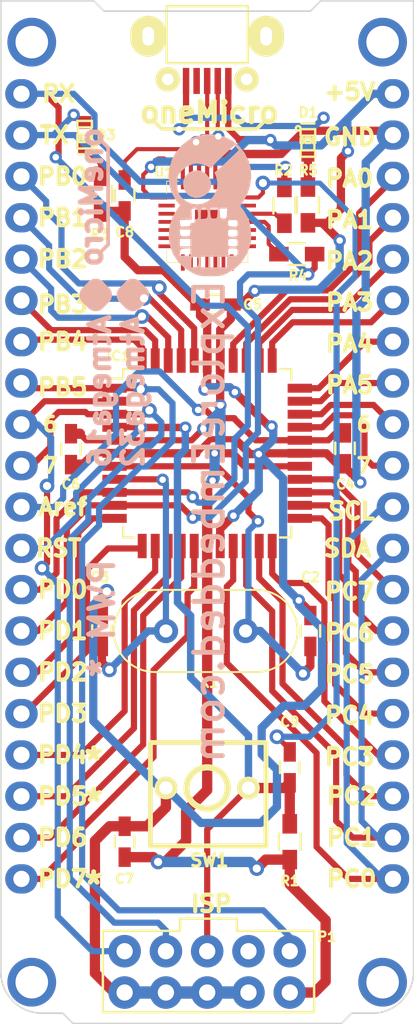
<source format=kicad_pcb>
(kicad_pcb (version 4) (host pcbnew 4.0.5)

  (general
    (links 94)
    (no_connects 0)
    (area 184.099999 104.724999 209.600001 167.690001)
    (thickness 1.6)
    (drawings 80)
    (tracks 629)
    (zones 0)
    (modules 30)
    (nets 67)
  )

  (page A3)
  (layers
    (0 F.Cu signal)
    (31 B.Cu signal)
    (32 B.Adhes user)
    (33 F.Adhes user)
    (34 B.Paste user)
    (35 F.Paste user)
    (36 B.SilkS user)
    (37 F.SilkS user)
    (38 B.Mask user)
    (39 F.Mask user)
    (40 Dwgs.User user)
    (41 Cmts.User user)
    (42 Eco1.User user)
    (43 Eco2.User user)
    (44 Edge.Cuts user)
  )

  (setup
    (last_trace_width 0.635)
    (user_trace_width 0.3048)
    (user_trace_width 0.381)
    (user_trace_width 0.4572)
    (user_trace_width 0.508)
    (user_trace_width 0.635)
    (user_trace_width 0.762)
    (user_trace_width 0.889)
    (user_trace_width 1.016)
    (user_trace_width 1.143)
    (user_trace_width 1.27)
    (trace_clearance 0.1651)
    (zone_clearance 0.508)
    (zone_45_only no)
    (trace_min 0.254)
    (segment_width 0.2)
    (edge_width 0.1)
    (via_size 0.889)
    (via_drill 0.635)
    (via_min_size 0.6)
    (via_min_drill 0.3)
    (user_via 0.76 0.4)
    (user_via 0.91 0.5)
    (user_via 1.11 0.7)
    (user_via 1.41 1)
    (uvia_size 0.508)
    (uvia_drill 0.127)
    (uvias_allowed no)
    (uvia_min_size 0.508)
    (uvia_min_drill 0.127)
    (pcb_text_width 0.3)
    (pcb_text_size 1.5 1.5)
    (mod_edge_width 0.15)
    (mod_text_size 1 1)
    (mod_text_width 0.15)
    (pad_size 3 3)
    (pad_drill 2)
    (pad_to_mask_clearance 0)
    (aux_axis_origin 0 0)
    (visible_elements 7FFEFFFF)
    (pcbplotparams
      (layerselection 0x00030_80000001)
      (usegerberextensions true)
      (excludeedgelayer true)
      (linewidth 0.150000)
      (plotframeref false)
      (viasonmask false)
      (mode 1)
      (useauxorigin false)
      (hpglpennumber 1)
      (hpglpenspeed 20)
      (hpglpendiameter 15)
      (hpglpenoverlay 2)
      (psnegative false)
      (psa4output false)
      (plotreference true)
      (plotvalue true)
      (plotinvisibletext false)
      (padsonsilk false)
      (subtractmaskfromsilk false)
      (outputformat 1)
      (mirror false)
      (drillshape 1)
      (scaleselection 1)
      (outputdirectory ""))
  )

  (net 0 "")
  (net 1 /+5V)
  (net 2 /MISO)
  (net 3 /MOSI)
  (net 4 /RX)
  (net 5 /SCK)
  (net 6 /TX)
  (net 7 /rst)
  (net 8 GND)
  (net 9 "Net-(C2-Pad2)")
  (net 10 "Net-(C3-Pad2)")
  (net 11 "Net-(D1-Pad1)")
  (net 12 "Net-(IC1-Pad21)")
  (net 13 "Net-(IC1-Pad22)")
  (net 14 "Net-(IC1-Pad23)")
  (net 15 "Net-(IC1-Pad24)")
  (net 16 "Net-(IC1-Pad25)")
  (net 17 "Net-(IC1-Pad26)")
  (net 18 "Net-(IC1-Pad33)")
  (net 19 "Net-(IC1-Pad34)")
  (net 20 "Net-(IC1-Pad35)")
  (net 21 "Net-(IC1-Pad36)")
  (net 22 "Net-(IC1-Pad37)")
  (net 23 "Net-(IC1-Pad40)")
  (net 24 "Net-(P1-Pad3)")
  (net 25 "Net-(D3-Pad2)")
  (net 26 "Net-(IC1-Pad12)")
  (net 27 "Net-(IC1-Pad13)")
  (net 28 "Net-(IC1-Pad14)")
  (net 29 "Net-(IC1-Pad15)")
  (net 30 "Net-(IC1-Pad16)")
  (net 31 "Net-(IC1-Pad30)")
  (net 32 "Net-(IC1-Pad31)")
  (net 33 "Net-(IC1-Pad32)")
  (net 34 "Net-(IC1-Pad41)")
  (net 35 "Net-(IC1-Pad42)")
  (net 36 "Net-(IC1-Pad43)")
  (net 37 "Net-(IC1-Pad44)")
  (net 38 "Net-(IC1-Pad11)")
  (net 39 /Aref)
  (net 40 /SCL)
  (net 41 /SDA)
  (net 42 "Net-(C8-Pad1)")
  (net 43 "Net-(C9-Pad2)")
  (net 44 "Net-(CON1-Pad2)")
  (net 45 "Net-(CON1-Pad3)")
  (net 46 "Net-(CON1-Pad4)")
  (net 47 "Net-(R5-Pad2)")
  (net 48 "Net-(U1-Pad2)")
  (net 49 "Net-(U1-Pad1)")
  (net 50 "Net-(U1-Pad27)")
  (net 51 "Net-(U1-Pad24)")
  (net 52 "Net-(U1-Pad23)")
  (net 53 "Net-(U1-Pad22)")
  (net 54 "Net-(U1-Pad21)")
  (net 55 "Net-(U1-Pad20)")
  (net 56 "Net-(U1-Pad18)")
  (net 57 "Net-(U1-Pad17)")
  (net 58 "Net-(U1-Pad16)")
  (net 59 "Net-(U1-Pad15)")
  (net 60 "Net-(U1-Pad14)")
  (net 61 "Net-(U1-Pad13)")
  (net 62 "Net-(U1-Pad12)")
  (net 63 "Net-(U1-Pad11)")
  (net 64 "Net-(U1-Pad10)")
  (net 65 "Net-(U1-Pad9)")
  (net 66 "Net-(R4-Pad2)")

  (net_class Default "This is the default net class."
    (clearance 0.1651)
    (trace_width 0.254)
    (via_dia 0.889)
    (via_drill 0.635)
    (uvia_dia 0.508)
    (uvia_drill 0.127)
    (add_net /+5V)
    (add_net /Aref)
    (add_net /MISO)
    (add_net /MOSI)
    (add_net /RX)
    (add_net /SCK)
    (add_net /SCL)
    (add_net /SDA)
    (add_net /TX)
    (add_net /rst)
    (add_net GND)
    (add_net "Net-(C2-Pad2)")
    (add_net "Net-(C3-Pad2)")
    (add_net "Net-(C8-Pad1)")
    (add_net "Net-(C9-Pad2)")
    (add_net "Net-(CON1-Pad2)")
    (add_net "Net-(CON1-Pad3)")
    (add_net "Net-(CON1-Pad4)")
    (add_net "Net-(D1-Pad1)")
    (add_net "Net-(D3-Pad2)")
    (add_net "Net-(IC1-Pad11)")
    (add_net "Net-(IC1-Pad12)")
    (add_net "Net-(IC1-Pad13)")
    (add_net "Net-(IC1-Pad14)")
    (add_net "Net-(IC1-Pad15)")
    (add_net "Net-(IC1-Pad16)")
    (add_net "Net-(IC1-Pad21)")
    (add_net "Net-(IC1-Pad22)")
    (add_net "Net-(IC1-Pad23)")
    (add_net "Net-(IC1-Pad24)")
    (add_net "Net-(IC1-Pad25)")
    (add_net "Net-(IC1-Pad26)")
    (add_net "Net-(IC1-Pad30)")
    (add_net "Net-(IC1-Pad31)")
    (add_net "Net-(IC1-Pad32)")
    (add_net "Net-(IC1-Pad33)")
    (add_net "Net-(IC1-Pad34)")
    (add_net "Net-(IC1-Pad35)")
    (add_net "Net-(IC1-Pad36)")
    (add_net "Net-(IC1-Pad37)")
    (add_net "Net-(IC1-Pad40)")
    (add_net "Net-(IC1-Pad41)")
    (add_net "Net-(IC1-Pad42)")
    (add_net "Net-(IC1-Pad43)")
    (add_net "Net-(IC1-Pad44)")
    (add_net "Net-(P1-Pad3)")
    (add_net "Net-(R4-Pad2)")
    (add_net "Net-(R5-Pad2)")
    (add_net "Net-(U1-Pad1)")
    (add_net "Net-(U1-Pad10)")
    (add_net "Net-(U1-Pad11)")
    (add_net "Net-(U1-Pad12)")
    (add_net "Net-(U1-Pad13)")
    (add_net "Net-(U1-Pad14)")
    (add_net "Net-(U1-Pad15)")
    (add_net "Net-(U1-Pad16)")
    (add_net "Net-(U1-Pad17)")
    (add_net "Net-(U1-Pad18)")
    (add_net "Net-(U1-Pad2)")
    (add_net "Net-(U1-Pad20)")
    (add_net "Net-(U1-Pad21)")
    (add_net "Net-(U1-Pad22)")
    (add_net "Net-(U1-Pad23)")
    (add_net "Net-(U1-Pad24)")
    (add_net "Net-(U1-Pad27)")
    (add_net "Net-(U1-Pad9)")
  )

  (module Pin_Headers:Pin_Header_Straight_2x05_Pitch2.54mm (layer F.Cu) (tedit 58CBCA24) (tstamp 58CBC186)
    (at 201.93 163.195 270)
    (descr "Through hole straight pin header, 2x05, 2.54mm pitch, double rows")
    (tags "Through hole pin header THT 2x05 2.54mm double row")
    (path /54F1C123)
    (fp_text reference P1 (at -0.889 -2.286 360) (layer F.SilkS)
      (effects (font (size 0.5842 0.5842) (thickness 0.14605)))
    )
    (fp_text value CONN_5X2 (at 1.27 12.55 270) (layer F.Fab)
      (effects (font (size 1 1) (thickness 0.15)))
    )
    (fp_line (start -1.25 6.75) (end -1.25 11.5) (layer F.SilkS) (width 0.15))
    (fp_line (start -1.25 3.25) (end -1.25 -1.5) (layer F.SilkS) (width 0.15))
    (fp_line (start -1.25 3.25) (end -2 3.25) (layer F.SilkS) (width 0.15))
    (fp_line (start -2 3.25) (end -2 6.75) (layer F.SilkS) (width 0.15))
    (fp_line (start -2 6.75) (end -1.25 6.75) (layer F.SilkS) (width 0.15))
    (fp_line (start -1 11.5) (end 3.75 11.5) (layer F.SilkS) (width 0.15))
    (fp_line (start 3.75 11.5) (end 3.75 -1.5) (layer F.SilkS) (width 0.15))
    (fp_line (start 3.75 -1.5) (end -1.25 -1.5) (layer F.SilkS) (width 0.15))
    (fp_line (start -1.25 11.5) (end -1 11.5) (layer F.SilkS) (width 0.15))
    (pad 1 thru_hole oval (at 0 0 270) (size 2 2) (drill 1) (layers *.Cu *.Mask)
      (net 3 /MOSI))
    (pad 2 thru_hole oval (at 2.54 0 270) (size 2 2) (drill 1) (layers *.Cu *.Mask)
      (net 1 /+5V))
    (pad 3 thru_hole oval (at 0 2.54 270) (size 2 2) (drill 1) (layers *.Cu *.Mask)
      (net 24 "Net-(P1-Pad3)"))
    (pad 4 thru_hole oval (at 2.54 2.54 270) (size 2 2) (drill 1) (layers *.Cu *.Mask)
      (net 8 GND))
    (pad 5 thru_hole oval (at 0 5.08 270) (size 2 2) (drill 1) (layers *.Cu *.Mask)
      (net 7 /rst))
    (pad 6 thru_hole oval (at 2.54 5.08 270) (size 2 2) (drill 1) (layers *.Cu *.Mask)
      (net 8 GND))
    (pad 7 thru_hole oval (at 0 7.62 270) (size 2 2) (drill 1) (layers *.Cu *.Mask)
      (net 5 /SCK))
    (pad 8 thru_hole oval (at 2.54 7.62 270) (size 2 2) (drill 1) (layers *.Cu *.Mask)
      (net 8 GND))
    (pad 9 thru_hole oval (at 0 10.16 270) (size 2 2) (drill 1) (layers *.Cu *.Mask)
      (net 2 /MISO))
    (pad 10 thru_hole oval (at 2.54 10.16 270) (size 2 2) (drill 1) (layers *.Cu *.Mask)
      (net 8 GND))
    (model Pin_Headers.3dshapes/Pin_Header_Straight_2x05_Pitch2.54mm.wrl
      (at (xyz 0.05 -0.2 0))
      (scale (xyz 1 1 1))
      (rotate (xyz 0 0 90))
    )
  )

  (module Pin_Headers:Pin_Header_Straight_1x10_Pitch2.54mm (layer B.Cu) (tedit 58CBC9FD) (tstamp 58CBC1BA)
    (at 185.42 110.49 180)
    (descr "Through hole straight pin header, 1x10, 2.54mm pitch, single row")
    (tags "Through hole pin header THT 1x10 2.54mm single row")
    (path /54F1DC1E)
    (fp_text reference P5 (at 0 2.39 180) (layer B.SilkS) hide
      (effects (font (size 1 1) (thickness 0.15)) (justify mirror))
    )
    (fp_text value CONN_10 (at 0 -25.25 180) (layer B.Fab)
      (effects (font (size 1 1) (thickness 0.15)) (justify mirror))
    )
    (pad 1 thru_hole oval (at 0 0 180) (size 2 1.8) (drill 1) (layers *.Cu *.Mask)
      (net 4 /RX))
    (pad 2 thru_hole oval (at 0 -2.54 180) (size 2 1.8) (drill 1) (layers *.Cu *.Mask)
      (net 6 /TX))
    (pad 3 thru_hole oval (at 0 -5.08 180) (size 2 1.8) (drill 1) (layers *.Cu *.Mask)
      (net 23 "Net-(IC1-Pad40)"))
    (pad 4 thru_hole oval (at 0 -7.62 180) (size 2 1.8) (drill 1) (layers *.Cu *.Mask)
      (net 34 "Net-(IC1-Pad41)"))
    (pad 5 thru_hole oval (at 0 -10.16 180) (size 2 1.8) (drill 1) (layers *.Cu *.Mask)
      (net 35 "Net-(IC1-Pad42)"))
    (pad 6 thru_hole oval (at 0 -12.7 180) (size 2 1.8) (drill 1) (layers *.Cu *.Mask)
      (net 36 "Net-(IC1-Pad43)"))
    (pad 7 thru_hole oval (at 0 -15.24 180) (size 2 1.8) (drill 1) (layers *.Cu *.Mask)
      (net 37 "Net-(IC1-Pad44)"))
    (pad 8 thru_hole oval (at 0 -17.78 180) (size 2 1.8) (drill 1) (layers *.Cu *.Mask)
      (net 3 /MOSI))
    (pad 9 thru_hole oval (at 0 -20.32 180) (size 2 1.8) (drill 1) (layers *.Cu *.Mask)
      (net 2 /MISO))
    (pad 10 thru_hole oval (at 0 -22.86 180) (size 2 1.8) (drill 1) (layers *.Cu *.Mask)
      (net 5 /SCK))
    (model Pin_Headers.3dshapes/Pin_Header_Straight_1x10_Pitch2.54mm.wrl
      (at (xyz 0 -0.45 0))
      (scale (xyz 1 1 1))
      (rotate (xyz 0 0 90))
    )
  )

  (module Pin_Headers:Pin_Header_Straight_1x10_Pitch2.54mm (layer B.Cu) (tedit 58CBC9CC) (tstamp 58CBC193)
    (at 185.42 135.89 180)
    (descr "Through hole straight pin header, 1x10, 2.54mm pitch, single row")
    (tags "Through hole pin header THT 1x10 2.54mm single row")
    (path /54F69BEF)
    (fp_text reference P2 (at 0 2.39 180) (layer B.SilkS) hide
      (effects (font (size 1 1) (thickness 0.15)) (justify mirror))
    )
    (fp_text value CONN_10 (at 0 -25.25 180) (layer B.Fab)
      (effects (font (size 1 1) (thickness 0.15)) (justify mirror))
    )
    (pad 1 thru_hole oval (at 0 0 180) (size 2 1.8) (drill 1) (layers *.Cu *.Mask)
      (net 39 /Aref))
    (pad 2 thru_hole oval (at 0 -2.54 180) (size 2 1.8) (drill 1) (layers *.Cu *.Mask)
      (net 7 /rst))
    (pad 3 thru_hole oval (at 0 -5.08 180) (size 2 1.8) (drill 1) (layers *.Cu *.Mask)
      (net 4 /RX))
    (pad 4 thru_hole oval (at 0 -7.62 180) (size 2 1.8) (drill 1) (layers *.Cu *.Mask)
      (net 6 /TX))
    (pad 5 thru_hole oval (at 0 -10.16 180) (size 2 1.8) (drill 1) (layers *.Cu *.Mask)
      (net 38 "Net-(IC1-Pad11)"))
    (pad 6 thru_hole oval (at 0 -12.7 180) (size 2 1.8) (drill 1) (layers *.Cu *.Mask)
      (net 26 "Net-(IC1-Pad12)"))
    (pad 7 thru_hole oval (at 0 -15.24 180) (size 2 1.8) (drill 1) (layers *.Cu *.Mask)
      (net 27 "Net-(IC1-Pad13)"))
    (pad 8 thru_hole oval (at 0 -17.78 180) (size 2 1.8) (drill 1) (layers *.Cu *.Mask)
      (net 28 "Net-(IC1-Pad14)"))
    (pad 9 thru_hole oval (at 0 -20.32 180) (size 2 1.8) (drill 1) (layers *.Cu *.Mask)
      (net 29 "Net-(IC1-Pad15)"))
    (pad 10 thru_hole oval (at 0 -22.86 180) (size 2 1.8) (drill 1) (layers *.Cu *.Mask)
      (net 30 "Net-(IC1-Pad16)"))
    (model Pin_Headers.3dshapes/Pin_Header_Straight_1x10_Pitch2.54mm.wrl
      (at (xyz 0 -0.45 0))
      (scale (xyz 1 1 1))
      (rotate (xyz 0 0 90))
    )
  )

  (module Pin_Headers:Pin_Header_Straight_1x10_Pitch2.54mm (layer B.Cu) (tedit 58CBC9A4) (tstamp 58CBC1AD)
    (at 208.28 158.75)
    (descr "Through hole straight pin header, 1x10, 2.54mm pitch, single row")
    (tags "Through hole pin header THT 1x10 2.54mm single row")
    (path /54F69C14)
    (fp_text reference P4 (at 0 2.39) (layer B.SilkS) hide
      (effects (font (size 1 1) (thickness 0.15)) (justify mirror))
    )
    (fp_text value CONN_10 (at 0 -25.25) (layer B.Fab)
      (effects (font (size 1 1) (thickness 0.15)) (justify mirror))
    )
    (pad 1 thru_hole oval (at 0 0) (size 2 1.8) (drill 1) (layers *.Cu *.Mask)
      (net 40 /SCL))
    (pad 2 thru_hole oval (at 0 -2.54) (size 2 1.8) (drill 1) (layers *.Cu *.Mask)
      (net 41 /SDA))
    (pad 3 thru_hole oval (at 0 -5.08) (size 2 1.8) (drill 1) (layers *.Cu *.Mask)
      (net 12 "Net-(IC1-Pad21)"))
    (pad 4 thru_hole oval (at 0 -7.62) (size 2 1.8) (drill 1) (layers *.Cu *.Mask)
      (net 13 "Net-(IC1-Pad22)"))
    (pad 5 thru_hole oval (at 0 -10.16) (size 2 1.8) (drill 1) (layers *.Cu *.Mask)
      (net 14 "Net-(IC1-Pad23)"))
    (pad 6 thru_hole oval (at 0 -12.7) (size 2 1.8) (drill 1) (layers *.Cu *.Mask)
      (net 15 "Net-(IC1-Pad24)"))
    (pad 7 thru_hole oval (at 0 -15.24) (size 2 1.8) (drill 1) (layers *.Cu *.Mask)
      (net 16 "Net-(IC1-Pad25)"))
    (pad 8 thru_hole oval (at 0 -17.78) (size 2 1.8) (drill 1) (layers *.Cu *.Mask)
      (net 17 "Net-(IC1-Pad26)"))
    (pad 9 thru_hole oval (at 0 -20.32) (size 2 1.8) (drill 1) (layers *.Cu *.Mask)
      (net 41 /SDA))
    (pad 10 thru_hole oval (at 0 -22.86) (size 2 1.8) (drill 1) (layers *.Cu *.Mask)
      (net 40 /SCL))
    (model Pin_Headers.3dshapes/Pin_Header_Straight_1x10_Pitch2.54mm.wrl
      (at (xyz 0 -0.45 0))
      (scale (xyz 1 1 1))
      (rotate (xyz 0 0 90))
    )
  )

  (module Pin_Headers:Pin_Header_Straight_1x10_Pitch2.54mm (layer B.Cu) (tedit 58CBC96F) (tstamp 58CBC1A0)
    (at 208.28 110.49 180)
    (descr "Through hole straight pin header, 1x10, 2.54mm pitch, single row")
    (tags "Through hole pin header THT 1x10 2.54mm single row")
    (path /54F1DC84)
    (fp_text reference P3 (at 0 2.39 180) (layer B.SilkS) hide
      (effects (font (size 1 1) (thickness 0.15)) (justify mirror))
    )
    (fp_text value CONN_10 (at 0 -25.25 180) (layer B.Fab)
      (effects (font (size 1 1) (thickness 0.15)) (justify mirror))
    )
    (pad 1 thru_hole oval (at 0 0 180) (size 2 1.8) (drill 1) (layers *.Cu *.Mask)
      (net 1 /+5V))
    (pad 2 thru_hole oval (at 0 -2.54 180) (size 2 1.8) (drill 1) (layers *.Cu *.Mask)
      (net 8 GND))
    (pad 3 thru_hole oval (at 0 -5.08 180) (size 2 1.8) (drill 1) (layers *.Cu *.Mask)
      (net 22 "Net-(IC1-Pad37)"))
    (pad 4 thru_hole oval (at 0 -7.62 180) (size 2 1.8) (drill 1) (layers *.Cu *.Mask)
      (net 21 "Net-(IC1-Pad36)"))
    (pad 5 thru_hole oval (at 0 -10.16 180) (size 2 1.8) (drill 1) (layers *.Cu *.Mask)
      (net 20 "Net-(IC1-Pad35)"))
    (pad 6 thru_hole oval (at 0 -12.7 180) (size 2 1.8) (drill 1) (layers *.Cu *.Mask)
      (net 19 "Net-(IC1-Pad34)"))
    (pad 7 thru_hole oval (at 0 -15.24 180) (size 2 1.8) (drill 1) (layers *.Cu *.Mask)
      (net 18 "Net-(IC1-Pad33)"))
    (pad 8 thru_hole oval (at 0 -17.78 180) (size 2 1.8) (drill 1) (layers *.Cu *.Mask)
      (net 33 "Net-(IC1-Pad32)"))
    (pad 9 thru_hole oval (at 0 -20.32 180) (size 2 1.8) (drill 1) (layers *.Cu *.Mask)
      (net 32 "Net-(IC1-Pad31)"))
    (pad 10 thru_hole oval (at 0 -22.86 180) (size 2 1.8) (drill 1) (layers *.Cu *.Mask)
      (net 31 "Net-(IC1-Pad30)"))
    (model Pin_Headers.3dshapes/Pin_Header_Straight_1x10_Pitch2.54mm.wrl
      (at (xyz 0 -0.45 0))
      (scale (xyz 1 1 1))
      (rotate (xyz 0 0 90))
    )
  )

  (module Connect:1pin (layer F.Cu) (tedit 58CBF844) (tstamp 579B5A14)
    (at 186.055 107.315)
    (descr "module 1 pin (ou trou mecanique de percage)")
    (tags DEV)
    (path /579B5ADB)
    (fp_text reference P9 (at 0 -3.048) (layer F.SilkS) hide
      (effects (font (size 1 1) (thickness 0.15)))
    )
    (fp_text value CONN_01X01 (at 0 2.794) (layer F.Fab)
      (effects (font (size 1 1) (thickness 0.15)))
    )
    (pad "" np_thru_hole circle (at 0 0) (size 3 3) (drill 2) (layers *.Cu *.Mask))
  )

  (module Connect:1pin (layer F.Cu) (tedit 58CBF838) (tstamp 579B5A1A)
    (at 207.645 107.315)
    (descr "module 1 pin (ou trou mecanique de percage)")
    (tags DEV)
    (path /579B5B62)
    (fp_text reference P10 (at 0 -3.048) (layer F.SilkS) hide
      (effects (font (size 1 1) (thickness 0.15)))
    )
    (fp_text value CONN_01X01 (at 0 2.794) (layer F.Fab)
      (effects (font (size 1 1) (thickness 0.15)))
    )
    (pad "" np_thru_hole circle (at 0 0) (size 3 3) (drill 2) (layers *.Cu *.Mask))
  )

  (module Connect:1pin (layer F.Cu) (tedit 58CBF84D) (tstamp 579B5A0E)
    (at 207.645 165.1)
    (descr "module 1 pin (ou trou mecanique de percage)")
    (tags DEV)
    (path /579B5B13)
    (fp_text reference P8 (at 0 -3.048) (layer F.SilkS) hide
      (effects (font (size 1 1) (thickness 0.15)))
    )
    (fp_text value CONN_01X01 (at 0 2.794) (layer F.Fab)
      (effects (font (size 1 1) (thickness 0.15)))
    )
    (pad "" np_thru_hole circle (at 0 0) (size 3 3) (drill 2) (layers *.Cu *.Mask))
  )

  (module Connect:1pin (layer F.Cu) (tedit 58CBF853) (tstamp 579B5A08)
    (at 186.055 165.1)
    (descr "module 1 pin (ou trou mecanique de percage)")
    (tags DEV)
    (path /579B5A72)
    (fp_text reference P6 (at 0 -3.048) (layer F.SilkS) hide
      (effects (font (size 1 1) (thickness 0.15)))
    )
    (fp_text value CONN_01X01 (at 0 2.794) (layer F.Fab)
      (effects (font (size 1 1) (thickness 0.15)))
    )
    (pad "" np_thru_hole circle (at 0 0) (size 3 3) (drill 2) (layers *.Cu *.Mask))
  )

  (module Capacitors_SMD:C_0603_HandSoldering (layer F.Cu) (tedit 58CCC718) (tstamp 5795D30B)
    (at 203.2 143.51 270)
    (descr "Capacitor SMD 0603, hand soldering")
    (tags "capacitor 0603")
    (path /54F1C167)
    (attr smd)
    (fp_text reference C2 (at -3.302 0 360) (layer F.SilkS)
      (effects (font (size 0.5842 0.5842) (thickness 0.14605)))
    )
    (fp_text value 22pF (at 0 1.9 270) (layer F.Fab)
      (effects (font (size 1 1) (thickness 0.15)))
    )
    (fp_line (start -1.85 -0.75) (end 1.85 -0.75) (layer F.CrtYd) (width 0.05))
    (fp_line (start -1.85 0.75) (end 1.85 0.75) (layer F.CrtYd) (width 0.05))
    (fp_line (start -1.85 -0.75) (end -1.85 0.75) (layer F.CrtYd) (width 0.05))
    (fp_line (start 1.85 -0.75) (end 1.85 0.75) (layer F.CrtYd) (width 0.05))
    (fp_line (start -0.35 -0.6) (end 0.35 -0.6) (layer F.SilkS) (width 0.15))
    (fp_line (start 0.35 0.6) (end -0.35 0.6) (layer F.SilkS) (width 0.15))
    (pad 1 smd rect (at -0.95 0 270) (size 1.2 0.75) (layers F.Cu F.Paste F.Mask)
      (net 8 GND))
    (pad 2 smd rect (at 0.95 0 270) (size 1.2 0.75) (layers F.Cu F.Paste F.Mask)
      (net 9 "Net-(C2-Pad2)"))
    (model Capacitors_SMD.3dshapes/C_0603_HandSoldering.wrl
      (at (xyz 0 0 0))
      (scale (xyz 1 1 1))
      (rotate (xyz 0 0 0))
    )
  )

  (module Capacitors_SMD:C_0603_HandSoldering (layer F.Cu) (tedit 58CCC707) (tstamp 5795D316)
    (at 190.373 143.51 270)
    (descr "Capacitor SMD 0603, hand soldering")
    (tags "capacitor 0603")
    (path /54F1C106)
    (attr smd)
    (fp_text reference C3 (at -3.302 0.127 360) (layer F.SilkS)
      (effects (font (size 0.5842 0.5842) (thickness 0.14605)))
    )
    (fp_text value 22pF (at 0 1.9 270) (layer F.Fab)
      (effects (font (size 1 1) (thickness 0.15)))
    )
    (fp_line (start -1.85 -0.75) (end 1.85 -0.75) (layer F.CrtYd) (width 0.05))
    (fp_line (start -1.85 0.75) (end 1.85 0.75) (layer F.CrtYd) (width 0.05))
    (fp_line (start -1.85 -0.75) (end -1.85 0.75) (layer F.CrtYd) (width 0.05))
    (fp_line (start 1.85 -0.75) (end 1.85 0.75) (layer F.CrtYd) (width 0.05))
    (fp_line (start -0.35 -0.6) (end 0.35 -0.6) (layer F.SilkS) (width 0.15))
    (fp_line (start 0.35 0.6) (end -0.35 0.6) (layer F.SilkS) (width 0.15))
    (pad 1 smd rect (at -0.95 0 270) (size 1.2 0.75) (layers F.Cu F.Paste F.Mask)
      (net 8 GND))
    (pad 2 smd rect (at 0.95 0 270) (size 1.2 0.75) (layers F.Cu F.Paste F.Mask)
      (net 10 "Net-(C3-Pad2)"))
    (model Capacitors_SMD.3dshapes/C_0603_HandSoldering.wrl
      (at (xyz 0 0 0))
      (scale (xyz 1 1 1))
      (rotate (xyz 0 0 0))
    )
  )

  (module Capacitors_SMD:C_0603_HandSoldering (layer F.Cu) (tedit 58CBC563) (tstamp 5795D321)
    (at 205.3336 132.2832 270)
    (descr "Capacitor SMD 0603, hand soldering")
    (tags "capacitor 0603")
    (path /54F1C148)
    (attr smd)
    (fp_text reference C4 (at 2.2098 -0.0254 360) (layer F.SilkS)
      (effects (font (size 0.5842 0.5842) (thickness 0.14605)))
    )
    (fp_text value 0.1uF (at 0 1.9 270) (layer F.Fab)
      (effects (font (size 1 1) (thickness 0.15)))
    )
    (fp_line (start -1.85 -0.75) (end 1.85 -0.75) (layer F.CrtYd) (width 0.05))
    (fp_line (start -1.85 0.75) (end 1.85 0.75) (layer F.CrtYd) (width 0.05))
    (fp_line (start -1.85 -0.75) (end -1.85 0.75) (layer F.CrtYd) (width 0.05))
    (fp_line (start 1.85 -0.75) (end 1.85 0.75) (layer F.CrtYd) (width 0.05))
    (fp_line (start -0.35 -0.6) (end 0.35 -0.6) (layer F.SilkS) (width 0.15))
    (fp_line (start 0.35 0.6) (end -0.35 0.6) (layer F.SilkS) (width 0.15))
    (pad 1 smd rect (at -0.95 0 270) (size 1.2 0.75) (layers F.Cu F.Paste F.Mask)
      (net 39 /Aref))
    (pad 2 smd rect (at 0.95 0 270) (size 1.2 0.75) (layers F.Cu F.Paste F.Mask)
      (net 8 GND))
    (model Capacitors_SMD.3dshapes/C_0603_HandSoldering.wrl
      (at (xyz 0 0 0))
      (scale (xyz 1 1 1))
      (rotate (xyz 0 0 0))
    )
  )

  (module Capacitors_SMD:C_0603_HandSoldering (layer F.Cu) (tedit 58CBC520) (tstamp 5795D32C)
    (at 197.358 123.444 180)
    (descr "Capacitor SMD 0603, hand soldering")
    (tags "capacitor 0603")
    (path /54F1C1A0)
    (attr smd)
    (fp_text reference C5 (at -2.286 0 180) (layer F.SilkS)
      (effects (font (size 0.5842 0.5842) (thickness 0.14605)))
    )
    (fp_text value 0.1uF (at 0 1.9 180) (layer F.Fab)
      (effects (font (size 1 1) (thickness 0.15)))
    )
    (fp_line (start -1.85 -0.75) (end 1.85 -0.75) (layer F.CrtYd) (width 0.05))
    (fp_line (start -1.85 0.75) (end 1.85 0.75) (layer F.CrtYd) (width 0.05))
    (fp_line (start -1.85 -0.75) (end -1.85 0.75) (layer F.CrtYd) (width 0.05))
    (fp_line (start 1.85 -0.75) (end 1.85 0.75) (layer F.CrtYd) (width 0.05))
    (fp_line (start -0.35 -0.6) (end 0.35 -0.6) (layer F.SilkS) (width 0.15))
    (fp_line (start 0.35 0.6) (end -0.35 0.6) (layer F.SilkS) (width 0.15))
    (pad 1 smd rect (at -0.95 0 180) (size 1.2 0.75) (layers F.Cu F.Paste F.Mask)
      (net 1 /+5V))
    (pad 2 smd rect (at 0.95 0 180) (size 1.2 0.75) (layers F.Cu F.Paste F.Mask)
      (net 8 GND))
    (model Capacitors_SMD.3dshapes/C_0603_HandSoldering.wrl
      (at (xyz 0 0 0))
      (scale (xyz 1 1 1))
      (rotate (xyz 0 0 0))
    )
  )

  (module Capacitors_SMD:C_0603_HandSoldering (layer F.Cu) (tedit 58CBC569) (tstamp 5795D337)
    (at 188.468 132.334 270)
    (descr "Capacitor SMD 0603, hand soldering")
    (tags "capacitor 0603")
    (path /54F1C154)
    (attr smd)
    (fp_text reference C6 (at 2.159 0 360) (layer F.SilkS)
      (effects (font (size 0.5842 0.5842) (thickness 0.14605)))
    )
    (fp_text value 0.1uF (at 0 1.9 270) (layer F.Fab)
      (effects (font (size 1 1) (thickness 0.15)))
    )
    (fp_line (start -1.85 -0.75) (end 1.85 -0.75) (layer F.CrtYd) (width 0.05))
    (fp_line (start -1.85 0.75) (end 1.85 0.75) (layer F.CrtYd) (width 0.05))
    (fp_line (start -1.85 -0.75) (end -1.85 0.75) (layer F.CrtYd) (width 0.05))
    (fp_line (start 1.85 -0.75) (end 1.85 0.75) (layer F.CrtYd) (width 0.05))
    (fp_line (start -0.35 -0.6) (end 0.35 -0.6) (layer F.SilkS) (width 0.15))
    (fp_line (start 0.35 0.6) (end -0.35 0.6) (layer F.SilkS) (width 0.15))
    (pad 1 smd rect (at -0.95 0 270) (size 1.2 0.75) (layers F.Cu F.Paste F.Mask)
      (net 1 /+5V))
    (pad 2 smd rect (at 0.95 0 270) (size 1.2 0.75) (layers F.Cu F.Paste F.Mask)
      (net 8 GND))
    (model Capacitors_SMD.3dshapes/C_0603_HandSoldering.wrl
      (at (xyz 0 0 0))
      (scale (xyz 1 1 1))
      (rotate (xyz 0 0 0))
    )
  )

  (module Resistors_SMD:R_0603_HandSoldering (layer F.Cu) (tedit 58CBC78F) (tstamp 5795D45A)
    (at 201.93 156.464 270)
    (descr "Resistor SMD 0603, hand soldering")
    (tags "resistor 0603")
    (path /54F1C18C)
    (attr smd)
    (fp_text reference R1 (at 2.413 0 360) (layer F.SilkS)
      (effects (font (size 0.5842 0.5842) (thickness 0.14605)))
    )
    (fp_text value 10K (at 0 1.9 270) (layer F.Fab)
      (effects (font (size 1 1) (thickness 0.15)))
    )
    (fp_line (start -2 -0.8) (end 2 -0.8) (layer F.CrtYd) (width 0.05))
    (fp_line (start -2 0.8) (end 2 0.8) (layer F.CrtYd) (width 0.05))
    (fp_line (start -2 -0.8) (end -2 0.8) (layer F.CrtYd) (width 0.05))
    (fp_line (start 2 -0.8) (end 2 0.8) (layer F.CrtYd) (width 0.05))
    (fp_line (start 0.5 0.675) (end -0.5 0.675) (layer F.SilkS) (width 0.15))
    (fp_line (start -0.5 -0.675) (end 0.5 -0.675) (layer F.SilkS) (width 0.15))
    (pad 1 smd rect (at -1.1 0 270) (size 1.2 0.9) (layers F.Cu F.Paste F.Mask)
      (net 7 /rst))
    (pad 2 smd rect (at 1.1 0 270) (size 1.2 0.9) (layers F.Cu F.Paste F.Mask)
      (net 1 /+5V))
    (model Resistors_SMD.3dshapes/R_0603_HandSoldering.wrl
      (at (xyz 0 0 0))
      (scale (xyz 1 1 1))
      (rotate (xyz 0 0 0))
    )
  )

  (module Resistors_SMD:R_0603_HandSoldering (layer F.Cu) (tedit 58CBC502) (tstamp 5795ED6D)
    (at 203.0476 117.3226 90)
    (descr "Resistor SMD 0603, hand soldering")
    (tags "resistor 0603")
    (path /54F94C0B)
    (attr smd)
    (fp_text reference R2 (at 2.1336 -1.4986 180) (layer F.SilkS)
      (effects (font (size 0.5842 0.5842) (thickness 0.14605)))
    )
    (fp_text value 470r (at 0 1.9 90) (layer F.Fab)
      (effects (font (size 1 1) (thickness 0.15)))
    )
    (fp_line (start -2 -0.8) (end 2 -0.8) (layer F.CrtYd) (width 0.05))
    (fp_line (start -2 0.8) (end 2 0.8) (layer F.CrtYd) (width 0.05))
    (fp_line (start -2 -0.8) (end -2 0.8) (layer F.CrtYd) (width 0.05))
    (fp_line (start 2 -0.8) (end 2 0.8) (layer F.CrtYd) (width 0.05))
    (fp_line (start 0.5 0.675) (end -0.5 0.675) (layer F.SilkS) (width 0.15))
    (fp_line (start -0.5 -0.675) (end 0.5 -0.675) (layer F.SilkS) (width 0.15))
    (pad 1 smd rect (at -1.1 0 90) (size 1.2 0.9) (layers F.Cu F.Paste F.Mask)
      (net 1 /+5V))
    (pad 2 smd rect (at 1.1 0 90) (size 1.2 0.9) (layers F.Cu F.Paste F.Mask)
      (net 11 "Net-(D1-Pad1)"))
    (model Resistors_SMD.3dshapes/R_0603_HandSoldering.wrl
      (at (xyz 0 0 0))
      (scale (xyz 1 1 1))
      (rotate (xyz 0 0 0))
    )
  )

  (module Resistors_SMD:R_0603_HandSoldering (layer F.Cu) (tedit 58CCC6E3) (tstamp 5795D470)
    (at 190.3222 116.6622 270)
    (descr "Resistor SMD 0603, hand soldering")
    (tags "resistor 0603")
    (path /5514EDD4)
    (attr smd)
    (fp_text reference R3 (at 2.4638 0.0762 360) (layer F.SilkS)
      (effects (font (size 0.5842 0.5842) (thickness 0.14605)))
    )
    (fp_text value 470r (at 0 1.9 270) (layer F.Fab)
      (effects (font (size 1 1) (thickness 0.15)))
    )
    (fp_line (start -2 -0.8) (end 2 -0.8) (layer F.CrtYd) (width 0.05))
    (fp_line (start -2 0.8) (end 2 0.8) (layer F.CrtYd) (width 0.05))
    (fp_line (start -2 -0.8) (end -2 0.8) (layer F.CrtYd) (width 0.05))
    (fp_line (start 2 -0.8) (end 2 0.8) (layer F.CrtYd) (width 0.05))
    (fp_line (start 0.5 0.675) (end -0.5 0.675) (layer F.SilkS) (width 0.15))
    (fp_line (start -0.5 -0.675) (end 0.5 -0.675) (layer F.SilkS) (width 0.15))
    (pad 1 smd rect (at -1.1 0 270) (size 1.2 0.9) (layers F.Cu F.Paste F.Mask)
      (net 25 "Net-(D3-Pad2)"))
    (pad 2 smd rect (at 1.1 0 270) (size 1.2 0.9) (layers F.Cu F.Paste F.Mask)
      (net 8 GND))
    (model Resistors_SMD.3dshapes/R_0603_HandSoldering.wrl
      (at (xyz 0 0 0))
      (scale (xyz 1 1 1))
      (rotate (xyz 0 0 0))
    )
  )

  (module Capacitors_SMD:C_0603_HandSoldering (layer F.Cu) (tedit 58CBC58E) (tstamp 579B267D)
    (at 191.77 156.464 270)
    (descr "Capacitor SMD 0603, hand soldering")
    (tags "capacitor 0603")
    (path /579B3250)
    (attr smd)
    (fp_text reference C7 (at 2.286 0 360) (layer F.SilkS)
      (effects (font (size 0.5842 0.5842) (thickness 0.14605)))
    )
    (fp_text value 0.1uF (at 0 1.9 270) (layer F.Fab)
      (effects (font (size 1 1) (thickness 0.15)))
    )
    (fp_line (start -1.85 -0.75) (end 1.85 -0.75) (layer F.CrtYd) (width 0.05))
    (fp_line (start -1.85 0.75) (end 1.85 0.75) (layer F.CrtYd) (width 0.05))
    (fp_line (start -1.85 -0.75) (end -1.85 0.75) (layer F.CrtYd) (width 0.05))
    (fp_line (start 1.85 -0.75) (end 1.85 0.75) (layer F.CrtYd) (width 0.05))
    (fp_line (start -0.35 -0.6) (end 0.35 -0.6) (layer F.SilkS) (width 0.15))
    (fp_line (start 0.35 0.6) (end -0.35 0.6) (layer F.SilkS) (width 0.15))
    (pad 1 smd rect (at -0.95 0 270) (size 1.2 0.75) (layers F.Cu F.Paste F.Mask)
      (net 8 GND))
    (pad 2 smd rect (at 0.95 0 270) (size 1.2 0.75) (layers F.Cu F.Paste F.Mask)
      (net 1 /+5V))
    (model Capacitors_SMD.3dshapes/C_0603_HandSoldering.wrl
      (at (xyz 0 0 0))
      (scale (xyz 1 1 1))
      (rotate (xyz 0 0 0))
    )
  )

  (module Capacitors_SMD:C_0603_HandSoldering (layer F.Cu) (tedit 58CCC6EC) (tstamp 579B2689)
    (at 191.77 116.7384 270)
    (descr "Capacitor SMD 0603, hand soldering")
    (tags "capacitor 0603")
    (path /579B2BB0)
    (attr smd)
    (fp_text reference C8 (at 2.2606 0 360) (layer F.SilkS)
      (effects (font (size 0.5842 0.5842) (thickness 0.14605)))
    )
    (fp_text value 0.1uF (at 0 1.9 270) (layer F.Fab)
      (effects (font (size 1 1) (thickness 0.15)))
    )
    (fp_line (start -1.85 -0.75) (end 1.85 -0.75) (layer F.CrtYd) (width 0.05))
    (fp_line (start -1.85 0.75) (end 1.85 0.75) (layer F.CrtYd) (width 0.05))
    (fp_line (start -1.85 -0.75) (end -1.85 0.75) (layer F.CrtYd) (width 0.05))
    (fp_line (start 1.85 -0.75) (end 1.85 0.75) (layer F.CrtYd) (width 0.05))
    (fp_line (start -0.35 -0.6) (end 0.35 -0.6) (layer F.SilkS) (width 0.15))
    (fp_line (start 0.35 0.6) (end -0.35 0.6) (layer F.SilkS) (width 0.15))
    (pad 1 smd rect (at -0.95 0 270) (size 1.2 0.75) (layers F.Cu F.Paste F.Mask)
      (net 42 "Net-(C8-Pad1)"))
    (pad 2 smd rect (at 0.95 0 270) (size 1.2 0.75) (layers F.Cu F.Paste F.Mask)
      (net 8 GND))
    (model Capacitors_SMD.3dshapes/C_0603_HandSoldering.wrl
      (at (xyz 0 0 0))
      (scale (xyz 1 1 1))
      (rotate (xyz 0 0 0))
    )
  )

  (module Capacitors_SMD:C_0603_HandSoldering (layer F.Cu) (tedit 58CCC71F) (tstamp 579B2695)
    (at 201.93 151.892 90)
    (descr "Capacitor SMD 0603, hand soldering")
    (tags "capacitor 0603")
    (path /579B4297)
    (attr smd)
    (fp_text reference C9 (at 2.794 0 180) (layer F.SilkS)
      (effects (font (size 0.5842 0.5842) (thickness 0.14605)))
    )
    (fp_text value 0.1uF (at 0 1.9 90) (layer F.Fab)
      (effects (font (size 1 1) (thickness 0.15)))
    )
    (fp_line (start -1.85 -0.75) (end 1.85 -0.75) (layer F.CrtYd) (width 0.05))
    (fp_line (start -1.85 0.75) (end 1.85 0.75) (layer F.CrtYd) (width 0.05))
    (fp_line (start -1.85 -0.75) (end -1.85 0.75) (layer F.CrtYd) (width 0.05))
    (fp_line (start 1.85 -0.75) (end 1.85 0.75) (layer F.CrtYd) (width 0.05))
    (fp_line (start -0.35 -0.6) (end 0.35 -0.6) (layer F.SilkS) (width 0.15))
    (fp_line (start 0.35 0.6) (end -0.35 0.6) (layer F.SilkS) (width 0.15))
    (pad 1 smd rect (at -0.95 0 90) (size 1.2 0.75) (layers F.Cu F.Paste F.Mask)
      (net 7 /rst))
    (pad 2 smd rect (at 0.95 0 90) (size 1.2 0.75) (layers F.Cu F.Paste F.Mask)
      (net 43 "Net-(C9-Pad2)"))
    (model Capacitors_SMD.3dshapes/C_0603_HandSoldering.wrl
      (at (xyz 0 0 0))
      (scale (xyz 1 1 1))
      (rotate (xyz 0 0 0))
    )
  )

  (module Resistors_SMD:R_0603_HandSoldering (layer F.Cu) (tedit 58CBC4F8) (tstamp 579B26BE)
    (at 201.5998 117.348 270)
    (descr "Resistor SMD 0603, hand soldering")
    (tags "resistor 0603")
    (path /579B3A3A)
    (attr smd)
    (fp_text reference R5 (at -2.159 -1.4732 360) (layer F.SilkS)
      (effects (font (size 0.5842 0.5842) (thickness 0.14605)))
    )
    (fp_text value 470 (at 0 1.9 270) (layer F.Fab)
      (effects (font (size 1 1) (thickness 0.15)))
    )
    (fp_line (start -2 -0.8) (end 2 -0.8) (layer F.CrtYd) (width 0.05))
    (fp_line (start -2 0.8) (end 2 0.8) (layer F.CrtYd) (width 0.05))
    (fp_line (start -2 -0.8) (end -2 0.8) (layer F.CrtYd) (width 0.05))
    (fp_line (start 2 -0.8) (end 2 0.8) (layer F.CrtYd) (width 0.05))
    (fp_line (start 0.5 0.675) (end -0.5 0.675) (layer F.SilkS) (width 0.15))
    (fp_line (start -0.5 -0.675) (end 0.5 -0.675) (layer F.SilkS) (width 0.15))
    (pad 1 smd rect (at -1.1 0 270) (size 1.2 0.9) (layers F.Cu F.Paste F.Mask)
      (net 4 /RX))
    (pad 2 smd rect (at 1.1 0 270) (size 1.2 0.9) (layers F.Cu F.Paste F.Mask)
      (net 47 "Net-(R5-Pad2)"))
    (model Resistors_SMD.3dshapes/R_0603_HandSoldering.wrl
      (at (xyz 0 0 0))
      (scale (xyz 1 1 1))
      (rotate (xyz 0 0 0))
    )
  )

  (module Resistors_SMD:R_0603_HandSoldering (layer F.Cu) (tedit 58CBC4AF) (tstamp 579C6358)
    (at 202.3618 120.3452 180)
    (descr "Resistor SMD 0603, hand soldering")
    (tags "resistor 0603")
    (path /579C4A4D)
    (attr smd)
    (fp_text reference R4 (at -0.0762 -1.3208 180) (layer F.SilkS)
      (effects (font (size 0.5842 0.5842) (thickness 0.14605)))
    )
    (fp_text value 470 (at 0 1.9 180) (layer F.Fab)
      (effects (font (size 1 1) (thickness 0.15)))
    )
    (fp_line (start -2 -0.8) (end 2 -0.8) (layer F.CrtYd) (width 0.05))
    (fp_line (start -2 0.8) (end 2 0.8) (layer F.CrtYd) (width 0.05))
    (fp_line (start -2 -0.8) (end -2 0.8) (layer F.CrtYd) (width 0.05))
    (fp_line (start 2 -0.8) (end 2 0.8) (layer F.CrtYd) (width 0.05))
    (fp_line (start 0.5 0.675) (end -0.5 0.675) (layer F.SilkS) (width 0.15))
    (fp_line (start -0.5 -0.675) (end 0.5 -0.675) (layer F.SilkS) (width 0.15))
    (pad 1 smd rect (at -1.1 0 180) (size 1.2 0.9) (layers F.Cu F.Paste F.Mask)
      (net 6 /TX))
    (pad 2 smd rect (at 1.1 0 180) (size 1.2 0.9) (layers F.Cu F.Paste F.Mask)
      (net 66 "Net-(R4-Pad2)"))
    (model Resistors_SMD.3dshapes/R_0603_HandSoldering.wrl
      (at (xyz 0 0 0))
      (scale (xyz 1 1 1))
      (rotate (xyz 0 0 0))
    )
  )

  (module Explore:USB_Micro-B_SMD_NEW_1 (layer F.Cu) (tedit 58CBC19F) (tstamp 58CBC141)
    (at 196.85 109.601 270)
    (descr "Micro USB Type B Receptacle")
    (tags "USB, micro, type B, receptacle")
    (path /579B2506)
    (fp_text reference CON1 (at -2.921 -4.572 270) (layer F.SilkS) hide
      (effects (font (size 0.6 0.6) (thickness 0.15)))
    )
    (fp_text value USB-MINI-B (at -3 7.5 270) (layer F.SilkS) hide
      (effects (font (size 1 1) (thickness 0.15)))
    )
    (fp_line (start -4.5 2.5) (end -4.5 -2.5) (layer F.SilkS) (width 0.15))
    (fp_line (start -4.5 -2.5) (end -1 -2.5) (layer F.SilkS) (width 0.15))
    (fp_line (start -1 -2.5) (end -1 2) (layer F.SilkS) (width 0.15))
    (fp_line (start -1 2) (end -1 2.5) (layer F.SilkS) (width 0.15))
    (fp_line (start -1 2.5) (end -4.5 2.5) (layer F.SilkS) (width 0.15))
    (pad 1 smd rect (at 0.1 -1.3 270) (size 1.6 0.4) (layers F.Cu F.Paste F.Mask)
      (net 1 /+5V))
    (pad 2 smd rect (at 0.1 -0.65 270) (size 1.6 0.4) (layers F.Cu F.Paste F.Mask)
      (net 44 "Net-(CON1-Pad2)"))
    (pad 3 smd rect (at 0.1 0 270) (size 1.6 0.4) (layers F.Cu F.Paste F.Mask)
      (net 45 "Net-(CON1-Pad3)"))
    (pad 4 smd rect (at 0.1 0.65 270) (size 1.6 0.4) (layers F.Cu F.Paste F.Mask)
      (net 46 "Net-(CON1-Pad4)"))
    (pad 5 smd rect (at 0.1 1.3 270) (size 1.6 0.4) (layers F.Cu F.Paste F.Mask)
      (net 8 GND))
    (pad "" thru_hole circle (at 0 -2.425 270) (size 1.5 1.5) (drill 0.71) (layers *.Cu *.Mask F.SilkS))
    (pad "" thru_hole oval (at -2.65 -3.625 270) (size 2.5 2.2) (drill oval 1.15 0.72) (layers *.Cu *.Mask F.SilkS))
    (pad "" thru_hole circle (at 0 2.425 270) (size 1.5 1.5) (drill 0.71) (layers *.Cu *.Mask F.SilkS))
    (pad "" thru_hole oval (at -2.65 3.625 270) (size 2.5 2.2) (drill oval 1.15 0.72) (layers *.Cu *.Mask F.SilkS))
  )

  (module Explore:LED-0603_NEW (layer F.Cu) (tedit 58CBC478) (tstamp 58CBC14D)
    (at 203.0476 113.5126 90)
    (descr "LED 0603 smd package")
    (tags "LED led 0603 SMD smd SMT smt smdled SMDLED smtled SMTLED")
    (path /54F94C1A)
    (attr smd)
    (fp_text reference D1 (at 1.8796 0.0254 180) (layer F.SilkS)
      (effects (font (size 0.6 0.6) (thickness 0.15)))
    )
    (fp_text value LED (at -0.004144 1.514001 90) (layer F.SilkS) hide
      (effects (font (size 1 1) (thickness 0.15)))
    )
    (fp_line (start 1.2 -0.4) (end 1.2 0.4) (layer F.SilkS) (width 0.15))
    (fp_circle (center 0.9 -0.6) (end 1 -0.7) (layer F.SilkS) (width 0.15))
    (fp_line (start 0.44958 -0.44958) (end 0.44958 0.44958) (layer F.SilkS) (width 0.15))
    (fp_line (start 0.44958 0.44958) (end 0.84836 0.44958) (layer F.SilkS) (width 0.15))
    (fp_line (start 0.84836 -0.44958) (end 0.84836 0.44958) (layer F.SilkS) (width 0.15))
    (fp_line (start 0.44958 -0.44958) (end 0.84836 -0.44958) (layer F.SilkS) (width 0.15))
    (fp_line (start -0.84836 -0.44958) (end -0.84836 0.44958) (layer F.SilkS) (width 0.15))
    (fp_line (start -0.84836 0.44958) (end -0.44958 0.44958) (layer F.SilkS) (width 0.15))
    (fp_line (start -0.44958 -0.44958) (end -0.44958 0.44958) (layer F.SilkS) (width 0.15))
    (fp_line (start -0.84836 -0.44958) (end -0.44958 -0.44958) (layer F.SilkS) (width 0.15))
    (fp_line (start 0 -0.44958) (end 0 -0.29972) (layer F.SilkS) (width 0.15))
    (fp_line (start 0 -0.29972) (end 0.29972 -0.29972) (layer F.SilkS) (width 0.15))
    (fp_line (start 0.29972 -0.44958) (end 0.29972 -0.29972) (layer F.SilkS) (width 0.15))
    (fp_line (start 0 -0.44958) (end 0.29972 -0.44958) (layer F.SilkS) (width 0.15))
    (fp_line (start 0 0.29972) (end 0 0.44958) (layer F.SilkS) (width 0.15))
    (fp_line (start 0 0.44958) (end 0.29972 0.44958) (layer F.SilkS) (width 0.15))
    (fp_line (start 0.29972 0.29972) (end 0.29972 0.44958) (layer F.SilkS) (width 0.15))
    (fp_line (start 0 0.29972) (end 0.29972 0.29972) (layer F.SilkS) (width 0.15))
    (fp_line (start 0 -0.14986) (end 0 0.14986) (layer F.SilkS) (width 0.15))
    (fp_line (start 0 0.14986) (end 0.29972 0.14986) (layer F.SilkS) (width 0.15))
    (fp_line (start 0.29972 -0.14986) (end 0.29972 0.14986) (layer F.SilkS) (width 0.15))
    (fp_line (start 0 -0.14986) (end 0.29972 -0.14986) (layer F.SilkS) (width 0.15))
    (fp_line (start 0.44958 -0.39878) (end -0.44958 -0.39878) (layer F.SilkS) (width 0.15))
    (fp_line (start 0.44958 0.39878) (end -0.44958 0.39878) (layer F.SilkS) (width 0.15))
    (pad 1 smd rect (at -0.7493 0 90) (size 0.79756 0.79756) (layers F.Cu F.Paste F.Mask)
      (net 11 "Net-(D1-Pad1)"))
    (pad 2 smd rect (at 0.7493 0 90) (size 0.79756 0.79756) (layers F.Cu F.Paste F.Mask)
      (net 8 GND))
  )

  (module Explore:LED-0603_NEW (layer F.Cu) (tedit 58CBC3C6) (tstamp 58CBC152)
    (at 189.3062 113.0046 270)
    (descr "LED 0603 smd package")
    (tags "LED led 0603 SMD smd SMT smt smdled SMDLED smtled SMTLED")
    (path /5514EDCE)
    (attr smd)
    (fp_text reference D3 (at 0.0254 -1.3208 360) (layer F.SilkS)
      (effects (font (size 0.6 0.6) (thickness 0.15)))
    )
    (fp_text value LED (at -0.004144 1.514001 270) (layer F.SilkS) hide
      (effects (font (size 1 1) (thickness 0.15)))
    )
    (fp_line (start 1.2 -0.4) (end 1.2 0.4) (layer F.SilkS) (width 0.15))
    (fp_circle (center 0.9 -0.6) (end 1 -0.7) (layer F.SilkS) (width 0.15))
    (fp_line (start 0.44958 -0.44958) (end 0.44958 0.44958) (layer F.SilkS) (width 0.15))
    (fp_line (start 0.44958 0.44958) (end 0.84836 0.44958) (layer F.SilkS) (width 0.15))
    (fp_line (start 0.84836 -0.44958) (end 0.84836 0.44958) (layer F.SilkS) (width 0.15))
    (fp_line (start 0.44958 -0.44958) (end 0.84836 -0.44958) (layer F.SilkS) (width 0.15))
    (fp_line (start -0.84836 -0.44958) (end -0.84836 0.44958) (layer F.SilkS) (width 0.15))
    (fp_line (start -0.84836 0.44958) (end -0.44958 0.44958) (layer F.SilkS) (width 0.15))
    (fp_line (start -0.44958 -0.44958) (end -0.44958 0.44958) (layer F.SilkS) (width 0.15))
    (fp_line (start -0.84836 -0.44958) (end -0.44958 -0.44958) (layer F.SilkS) (width 0.15))
    (fp_line (start 0 -0.44958) (end 0 -0.29972) (layer F.SilkS) (width 0.15))
    (fp_line (start 0 -0.29972) (end 0.29972 -0.29972) (layer F.SilkS) (width 0.15))
    (fp_line (start 0.29972 -0.44958) (end 0.29972 -0.29972) (layer F.SilkS) (width 0.15))
    (fp_line (start 0 -0.44958) (end 0.29972 -0.44958) (layer F.SilkS) (width 0.15))
    (fp_line (start 0 0.29972) (end 0 0.44958) (layer F.SilkS) (width 0.15))
    (fp_line (start 0 0.44958) (end 0.29972 0.44958) (layer F.SilkS) (width 0.15))
    (fp_line (start 0.29972 0.29972) (end 0.29972 0.44958) (layer F.SilkS) (width 0.15))
    (fp_line (start 0 0.29972) (end 0.29972 0.29972) (layer F.SilkS) (width 0.15))
    (fp_line (start 0 -0.14986) (end 0 0.14986) (layer F.SilkS) (width 0.15))
    (fp_line (start 0 0.14986) (end 0.29972 0.14986) (layer F.SilkS) (width 0.15))
    (fp_line (start 0.29972 -0.14986) (end 0.29972 0.14986) (layer F.SilkS) (width 0.15))
    (fp_line (start 0 -0.14986) (end 0.29972 -0.14986) (layer F.SilkS) (width 0.15))
    (fp_line (start 0.44958 -0.39878) (end -0.44958 -0.39878) (layer F.SilkS) (width 0.15))
    (fp_line (start 0.44958 0.39878) (end -0.44958 0.39878) (layer F.SilkS) (width 0.15))
    (pad 1 smd rect (at -0.7493 0 270) (size 0.79756 0.79756) (layers F.Cu F.Paste F.Mask)
      (net 6 /TX))
    (pad 2 smd rect (at 0.7493 0 270) (size 0.79756 0.79756) (layers F.Cu F.Paste F.Mask)
      (net 25 "Net-(D3-Pad2)"))
  )

  (module Housings_QFP:TQFP-44_10x10mm_Pitch0.8mm (layer F.Cu) (tedit 58CBC531) (tstamp 58CBC157)
    (at 196.85 132.588)
    (descr "44-Lead Plastic Thin Quad Flatpack (PT) - 10x10x1.0 mm Body [TQFP] (see Microchip Packaging Specification 00000049BS.pdf)")
    (tags "QFP 0.8")
    (path /57962DE1)
    (attr smd)
    (fp_text reference IC1 (at -5.461 -5.969) (layer F.SilkS)
      (effects (font (size 0.5842 0.5842) (thickness 0.14605)))
    )
    (fp_text value ATMEGA32-A (at 0 7.45) (layer F.Fab)
      (effects (font (size 1 1) (thickness 0.15)))
    )
    (fp_text user %R (at 0 0) (layer F.Fab)
      (effects (font (size 1 1) (thickness 0.15)))
    )
    (fp_line (start -4 -5) (end 5 -5) (layer F.Fab) (width 0.15))
    (fp_line (start 5 -5) (end 5 5) (layer F.Fab) (width 0.15))
    (fp_line (start 5 5) (end -5 5) (layer F.Fab) (width 0.15))
    (fp_line (start -5 5) (end -5 -4) (layer F.Fab) (width 0.15))
    (fp_line (start -5 -4) (end -4 -5) (layer F.Fab) (width 0.15))
    (fp_line (start -6.7 -6.7) (end -6.7 6.7) (layer F.CrtYd) (width 0.05))
    (fp_line (start 6.7 -6.7) (end 6.7 6.7) (layer F.CrtYd) (width 0.05))
    (fp_line (start -6.7 -6.7) (end 6.7 -6.7) (layer F.CrtYd) (width 0.05))
    (fp_line (start -6.7 6.7) (end 6.7 6.7) (layer F.CrtYd) (width 0.05))
    (fp_line (start -5.175 -5.175) (end -5.175 -4.6) (layer F.SilkS) (width 0.15))
    (fp_line (start 5.175 -5.175) (end 5.175 -4.5) (layer F.SilkS) (width 0.15))
    (fp_line (start 5.175 5.175) (end 5.175 4.5) (layer F.SilkS) (width 0.15))
    (fp_line (start -5.175 5.175) (end -5.175 4.5) (layer F.SilkS) (width 0.15))
    (fp_line (start -5.175 -5.175) (end -4.5 -5.175) (layer F.SilkS) (width 0.15))
    (fp_line (start -5.175 5.175) (end -4.5 5.175) (layer F.SilkS) (width 0.15))
    (fp_line (start 5.175 5.175) (end 4.5 5.175) (layer F.SilkS) (width 0.15))
    (fp_line (start 5.175 -5.175) (end 4.5 -5.175) (layer F.SilkS) (width 0.15))
    (fp_line (start -5.175 -4.6) (end -6.45 -4.6) (layer F.SilkS) (width 0.15))
    (pad 1 smd rect (at -5.7 -4) (size 1.5 0.55) (layers F.Cu F.Paste F.Mask)
      (net 3 /MOSI))
    (pad 2 smd rect (at -5.7 -3.2) (size 1.5 0.55) (layers F.Cu F.Paste F.Mask)
      (net 2 /MISO))
    (pad 3 smd rect (at -5.7 -2.4) (size 1.5 0.55) (layers F.Cu F.Paste F.Mask)
      (net 5 /SCK))
    (pad 4 smd rect (at -5.7 -1.6) (size 1.5 0.55) (layers F.Cu F.Paste F.Mask)
      (net 7 /rst))
    (pad 5 smd rect (at -5.7 -0.8) (size 1.5 0.55) (layers F.Cu F.Paste F.Mask)
      (net 1 /+5V))
    (pad 6 smd rect (at -5.7 0) (size 1.5 0.55) (layers F.Cu F.Paste F.Mask)
      (net 8 GND))
    (pad 7 smd rect (at -5.7 0.8) (size 1.5 0.55) (layers F.Cu F.Paste F.Mask)
      (net 9 "Net-(C2-Pad2)"))
    (pad 8 smd rect (at -5.7 1.6) (size 1.5 0.55) (layers F.Cu F.Paste F.Mask)
      (net 10 "Net-(C3-Pad2)"))
    (pad 9 smd rect (at -5.7 2.4) (size 1.5 0.55) (layers F.Cu F.Paste F.Mask)
      (net 4 /RX))
    (pad 10 smd rect (at -5.7 3.2) (size 1.5 0.55) (layers F.Cu F.Paste F.Mask)
      (net 6 /TX))
    (pad 11 smd rect (at -5.7 4) (size 1.5 0.55) (layers F.Cu F.Paste F.Mask)
      (net 38 "Net-(IC1-Pad11)"))
    (pad 12 smd rect (at -4 5.7 90) (size 1.5 0.55) (layers F.Cu F.Paste F.Mask)
      (net 26 "Net-(IC1-Pad12)"))
    (pad 13 smd rect (at -3.2 5.7 90) (size 1.5 0.55) (layers F.Cu F.Paste F.Mask)
      (net 27 "Net-(IC1-Pad13)"))
    (pad 14 smd rect (at -2.4 5.7 90) (size 1.5 0.55) (layers F.Cu F.Paste F.Mask)
      (net 28 "Net-(IC1-Pad14)"))
    (pad 15 smd rect (at -1.6 5.7 90) (size 1.5 0.55) (layers F.Cu F.Paste F.Mask)
      (net 29 "Net-(IC1-Pad15)"))
    (pad 16 smd rect (at -0.8 5.7 90) (size 1.5 0.55) (layers F.Cu F.Paste F.Mask)
      (net 30 "Net-(IC1-Pad16)"))
    (pad 17 smd rect (at 0 5.7 90) (size 1.5 0.55) (layers F.Cu F.Paste F.Mask)
      (net 1 /+5V))
    (pad 18 smd rect (at 0.8 5.7 90) (size 1.5 0.55) (layers F.Cu F.Paste F.Mask)
      (net 8 GND))
    (pad 19 smd rect (at 1.6 5.7 90) (size 1.5 0.55) (layers F.Cu F.Paste F.Mask)
      (net 40 /SCL))
    (pad 20 smd rect (at 2.4 5.7 90) (size 1.5 0.55) (layers F.Cu F.Paste F.Mask)
      (net 41 /SDA))
    (pad 21 smd rect (at 3.2 5.7 90) (size 1.5 0.55) (layers F.Cu F.Paste F.Mask)
      (net 12 "Net-(IC1-Pad21)"))
    (pad 22 smd rect (at 4 5.7 90) (size 1.5 0.55) (layers F.Cu F.Paste F.Mask)
      (net 13 "Net-(IC1-Pad22)"))
    (pad 23 smd rect (at 5.7 4) (size 1.5 0.55) (layers F.Cu F.Paste F.Mask)
      (net 14 "Net-(IC1-Pad23)"))
    (pad 24 smd rect (at 5.7 3.2) (size 1.5 0.55) (layers F.Cu F.Paste F.Mask)
      (net 15 "Net-(IC1-Pad24)"))
    (pad 25 smd rect (at 5.7 2.4) (size 1.5 0.55) (layers F.Cu F.Paste F.Mask)
      (net 16 "Net-(IC1-Pad25)"))
    (pad 26 smd rect (at 5.7 1.6) (size 1.5 0.55) (layers F.Cu F.Paste F.Mask)
      (net 17 "Net-(IC1-Pad26)"))
    (pad 27 smd rect (at 5.7 0.8) (size 1.5 0.55) (layers F.Cu F.Paste F.Mask)
      (net 1 /+5V))
    (pad 28 smd rect (at 5.7 0) (size 1.5 0.55) (layers F.Cu F.Paste F.Mask)
      (net 8 GND))
    (pad 29 smd rect (at 5.7 -0.8) (size 1.5 0.55) (layers F.Cu F.Paste F.Mask)
      (net 39 /Aref))
    (pad 30 smd rect (at 5.7 -1.6) (size 1.5 0.55) (layers F.Cu F.Paste F.Mask)
      (net 31 "Net-(IC1-Pad30)"))
    (pad 31 smd rect (at 5.7 -2.4) (size 1.5 0.55) (layers F.Cu F.Paste F.Mask)
      (net 32 "Net-(IC1-Pad31)"))
    (pad 32 smd rect (at 5.7 -3.2) (size 1.5 0.55) (layers F.Cu F.Paste F.Mask)
      (net 33 "Net-(IC1-Pad32)"))
    (pad 33 smd rect (at 5.7 -4) (size 1.5 0.55) (layers F.Cu F.Paste F.Mask)
      (net 18 "Net-(IC1-Pad33)"))
    (pad 34 smd rect (at 4 -5.7 90) (size 1.5 0.55) (layers F.Cu F.Paste F.Mask)
      (net 19 "Net-(IC1-Pad34)"))
    (pad 35 smd rect (at 3.2 -5.7 90) (size 1.5 0.55) (layers F.Cu F.Paste F.Mask)
      (net 20 "Net-(IC1-Pad35)"))
    (pad 36 smd rect (at 2.4 -5.7 90) (size 1.5 0.55) (layers F.Cu F.Paste F.Mask)
      (net 21 "Net-(IC1-Pad36)"))
    (pad 37 smd rect (at 1.6 -5.7 90) (size 1.5 0.55) (layers F.Cu F.Paste F.Mask)
      (net 22 "Net-(IC1-Pad37)"))
    (pad 38 smd rect (at 0.8 -5.7 90) (size 1.5 0.55) (layers F.Cu F.Paste F.Mask)
      (net 1 /+5V))
    (pad 39 smd rect (at 0 -5.7 90) (size 1.5 0.55) (layers F.Cu F.Paste F.Mask)
      (net 8 GND))
    (pad 40 smd rect (at -0.8 -5.7 90) (size 1.5 0.55) (layers F.Cu F.Paste F.Mask)
      (net 23 "Net-(IC1-Pad40)"))
    (pad 41 smd rect (at -1.6 -5.7 90) (size 1.5 0.55) (layers F.Cu F.Paste F.Mask)
      (net 34 "Net-(IC1-Pad41)"))
    (pad 42 smd rect (at -2.4 -5.7 90) (size 1.5 0.55) (layers F.Cu F.Paste F.Mask)
      (net 35 "Net-(IC1-Pad42)"))
    (pad 43 smd rect (at -3.2 -5.7 90) (size 1.5 0.55) (layers F.Cu F.Paste F.Mask)
      (net 36 "Net-(IC1-Pad43)"))
    (pad 44 smd rect (at -4 -5.7 90) (size 1.5 0.55) (layers F.Cu F.Paste F.Mask)
      (net 37 "Net-(IC1-Pad44)"))
    (model Housings_QFP.3dshapes/TQFP-44_10x10mm_Pitch0.8mm.wrl
      (at (xyz 0 0 0))
      (scale (xyz 1 1 1))
      (rotate (xyz 0 0 0))
    )
  )

  (module E_Logo:Logo_8 (layer B.Cu) (tedit 0) (tstamp 58CBC1C7)
    (at 196.977 117.221 270)
    (path /57965A0D)
    (fp_text reference P7 (at 0 0 270) (layer B.SilkS) hide
      (effects (font (size 0.381 0.381) (thickness 0.127)) (justify mirror))
    )
    (fp_text value CONN_01X01 (at 0 0 270) (layer B.SilkS) hide
      (effects (font (size 0.381 0.381) (thickness 0.127)) (justify mirror))
    )
    (fp_poly (pts (xy 4.48564 -0.0635) (xy 4.47802 -0.39116) (xy 4.46278 -0.62484) (xy 4.42722 -0.80518)
      (xy 4.37134 -0.97028) (xy 4.32816 -1.06426) (xy 4.02844 -1.56464) (xy 3.94462 -1.65354)
      (xy 3.94462 1.09728) (xy 3.61696 1.09728) (xy 3.42392 1.09474) (xy 3.32994 1.06934)
      (xy 3.29438 1.0033) (xy 3.2893 0.9144) (xy 3.30708 0.75184) (xy 3.37566 0.6731)
      (xy 3.52552 0.65532) (xy 3.64236 0.6604) (xy 3.81 0.68072) (xy 3.89128 0.73406)
      (xy 3.91922 0.8509) (xy 3.9243 0.889) (xy 3.94462 1.09728) (xy 3.94462 -1.65354)
      (xy 3.937 -1.6637) (xy 3.937 -1.09474) (xy 3.937 -0.87122) (xy 3.937 -0.64516)
      (xy 3.937 -0.51562) (xy 3.937 -0.28956) (xy 3.937 -0.0635) (xy 3.937 0.06604)
      (xy 3.937 0.28956) (xy 3.937 0.51562) (xy 3.61442 0.51562) (xy 3.2893 0.51562)
      (xy 3.2893 0.28956) (xy 3.2893 0.06604) (xy 3.61442 0.06604) (xy 3.937 0.06604)
      (xy 3.937 -0.0635) (xy 3.61442 -0.0635) (xy 3.2893 -0.0635) (xy 3.2893 -0.28956)
      (xy 3.2893 -0.51562) (xy 3.61442 -0.51562) (xy 3.937 -0.51562) (xy 3.937 -0.64516)
      (xy 3.61442 -0.64516) (xy 3.2893 -0.64516) (xy 3.2893 -0.87122) (xy 3.2893 -1.09474)
      (xy 3.61442 -1.09474) (xy 3.937 -1.09474) (xy 3.937 -1.6637) (xy 3.65506 -1.96342)
      (xy 3.2258 -2.25044) (xy 3.2258 -1.45288) (xy 3.2258 1.16078) (xy 3.2258 1.48844)
      (xy 3.2258 1.8161) (xy 3.01752 1.79578) (xy 2.89052 1.77546) (xy 2.82448 1.71958)
      (xy 2.79654 1.59512) (xy 2.78638 1.46812) (xy 2.7686 1.16078) (xy 2.9972 1.16078)
      (xy 3.2258 1.16078) (xy 3.2258 -1.45288) (xy 3.22072 -1.27254) (xy 3.1877 -1.18872)
      (xy 3.10134 -1.16078) (xy 2.99974 -1.16078) (xy 2.86004 -1.16586) (xy 2.79654 -1.2065)
      (xy 2.77622 -1.3208) (xy 2.77622 -1.45288) (xy 2.77876 -1.63068) (xy 2.81178 -1.71196)
      (xy 2.89814 -1.7399) (xy 2.99974 -1.74244) (xy 3.13944 -1.73482) (xy 3.20548 -1.69418)
      (xy 3.22326 -1.57988) (xy 3.2258 -1.45288) (xy 3.2258 -2.25044) (xy 3.19532 -2.2733)
      (xy 2.794 -2.4511) (xy 2.64668 -2.49428) (xy 2.64668 -1.45288) (xy 2.64668 1.16078)
      (xy 2.64668 1.48336) (xy 2.64668 1.80848) (xy 2.42062 1.80848) (xy 2.19456 1.80848)
      (xy 2.19456 1.48336) (xy 2.19456 1.16078) (xy 2.42062 1.16078) (xy 2.64668 1.16078)
      (xy 2.64668 -1.45288) (xy 2.63906 -1.27254) (xy 2.60604 -1.18872) (xy 2.51968 -1.16078)
      (xy 2.42062 -1.16078) (xy 2.28092 -1.16586) (xy 2.21488 -1.2065) (xy 2.19456 -1.3208)
      (xy 2.19456 -1.45288) (xy 2.19964 -1.63068) (xy 2.23266 -1.71196) (xy 2.31902 -1.7399)
      (xy 2.42062 -1.74244) (xy 2.55778 -1.73482) (xy 2.62382 -1.69418) (xy 2.64414 -1.57988)
      (xy 2.64668 -1.45288) (xy 2.64668 -2.49428) (xy 2.55778 -2.52476) (xy 2.34696 -2.5654)
      (xy 2.10058 -2.57556) (xy 2.04978 -2.57302) (xy 2.04978 -1.45288) (xy 2.0447 -1.27254)
      (xy 2.032 -1.2319) (xy 2.032 1.37414) (xy 2.032 1.48336) (xy 2.02692 1.6637)
      (xy 1.99136 1.7526) (xy 1.90246 1.78562) (xy 1.82372 1.79578) (xy 1.61544 1.8161)
      (xy 1.61544 1.48336) (xy 1.61544 1.15316) (xy 1.82372 1.17602) (xy 1.95326 1.1938)
      (xy 2.01168 1.24714) (xy 2.032 1.37414) (xy 2.032 -1.2319) (xy 2.01676 -1.18872)
      (xy 1.9304 -1.16078) (xy 1.83388 -1.16078) (xy 1.69672 -1.16586) (xy 1.63322 -1.20904)
      (xy 1.61544 -1.32334) (xy 1.61544 -1.45288) (xy 1.61798 -1.63068) (xy 1.651 -1.71196)
      (xy 1.73736 -1.7399) (xy 1.8288 -1.74244) (xy 1.96088 -1.73482) (xy 2.02438 -1.6891)
      (xy 2.0447 -1.5748) (xy 2.04978 -1.45288) (xy 2.04978 -2.57302) (xy 1.81864 -2.56794)
      (xy 1.4986 -2.54508) (xy 1.43764 -2.53238) (xy 1.43764 -1.58242) (xy 1.4351 -1.5494)
      (xy 1.4351 1.7272) (xy 1.39192 1.7653) (xy 1.26238 1.79324) (xy 1.24714 1.79324)
      (xy 1.03886 1.8161) (xy 1.02108 1.44272) (xy 1.00076 1.06934) (xy 0.96774 1.07188)
      (xy 0.96774 1.38684) (xy 0.96774 1.64592) (xy 0.93726 1.67894) (xy 0.90424 1.64592)
      (xy 0.93726 1.61544) (xy 0.96774 1.64592) (xy 0.96774 1.38684) (xy 0.93726 1.41986)
      (xy 0.90424 1.38684) (xy 0.93726 1.35382) (xy 0.96774 1.38684) (xy 0.96774 1.07188)
      (xy 0.66294 1.08966) (xy 0.46482 1.09728) (xy 0.36322 1.0795) (xy 0.32766 1.02108)
      (xy 0.32258 0.9144) (xy 0.33274 0.78994) (xy 0.38862 0.72898) (xy 0.52578 0.70358)
      (xy 0.5969 0.6985) (xy 0.80772 0.68834) (xy 0.91948 0.70358) (xy 0.96266 0.75692)
      (xy 0.96774 0.81026) (xy 0.99568 0.89154) (xy 1.016 0.89662) (xy 1.16586 0.9017)
      (xy 1.21666 0.98298) (xy 1.2065 1.03378) (xy 1.20904 1.13538) (xy 1.29794 1.16078)
      (xy 1.37922 1.18618) (xy 1.41224 1.28016) (xy 1.41986 1.41986) (xy 1.4224 1.59766)
      (xy 1.43256 1.71196) (xy 1.4351 1.7272) (xy 1.4351 -1.5494) (xy 1.43002 -1.45288)
      (xy 1.4097 -1.27254) (xy 1.36652 -1.18618) (xy 1.28016 -1.16078) (xy 1.2192 -1.16078)
      (xy 1.1049 -1.1684) (xy 1.05156 -1.2192) (xy 1.03378 -1.3462) (xy 1.03378 -1.45288)
      (xy 1.03632 -1.63068) (xy 1.06934 -1.71196) (xy 1.1557 -1.7399) (xy 1.24206 -1.74244)
      (xy 1.36906 -1.73482) (xy 1.42748 -1.69418) (xy 1.43764 -1.58242) (xy 1.43764 -2.53238)
      (xy 1.2573 -2.50444) (xy 1.03632 -2.43332) (xy 0.97536 -2.40284) (xy 0.97536 0.51562)
      (xy 0.65024 0.51562) (xy 0.4572 0.51308) (xy 0.36068 0.48768) (xy 0.32766 0.42164)
      (xy 0.32258 0.3302) (xy 0.34036 0.19812) (xy 0.41402 0.12954) (xy 0.56642 0.1016)
      (xy 0.7366 0.10414) (xy 0.87884 0.127) (xy 0.9398 0.20574) (xy 0.95504 0.31242)
      (xy 0.97536 0.51562) (xy 0.97536 -2.40284) (xy 0.93726 -2.3876) (xy 0.93726 -0.87122)
      (xy 0.93726 -0.28956) (xy 0.9271 -0.17272) (xy 0.87884 -0.11176) (xy 0.75438 -0.08636)
      (xy 0.62992 -0.0762) (xy 0.32258 -0.05588) (xy 0.32258 -0.28956) (xy 0.32258 -0.52324)
      (xy 0.62992 -0.50292) (xy 0.81534 -0.48514) (xy 0.90424 -0.44958) (xy 0.93218 -0.37084)
      (xy 0.93726 -0.28956) (xy 0.93726 -0.87122) (xy 0.9271 -0.75184) (xy 0.87884 -0.69342)
      (xy 0.75438 -0.66548) (xy 0.62992 -0.65532) (xy 0.32258 -0.63754) (xy 0.32258 -0.87122)
      (xy 0.32258 -1.10236) (xy 0.62992 -1.08458) (xy 0.81534 -1.0668) (xy 0.90424 -1.0287)
      (xy 0.93218 -0.94996) (xy 0.93726 -0.87122) (xy 0.93726 -2.3876) (xy 0.8255 -2.3368)
      (xy 0.59944 -2.21488) (xy 0.41148 -2.0955) (xy 0.29718 -2.00406) (xy 0.22606 -1.93802)
      (xy 0.16002 -1.92278) (xy 0.06604 -1.96342) (xy 0.06604 0.72898) (xy 0.02286 1.0795)
      (xy -0.12192 1.41224) (xy -0.3683 1.70434) (xy -0.50546 1.81356) (xy -0.65532 1.89992)
      (xy -0.81788 1.94818) (xy -1.03886 1.96596) (xy -1.19888 1.9685) (xy -1.45288 1.96342)
      (xy -1.6256 1.94056) (xy -1.76022 1.88214) (xy -1.89992 1.78054) (xy -1.91262 1.77038)
      (xy -2.13106 1.5494) (xy -2.30886 1.27508) (xy -2.42316 0.99568) (xy -2.4511 0.81026)
      (xy -2.42316 0.54864) (xy -2.35458 0.28956) (xy -2.25552 0.08636) (xy -2.2098 0.02794)
      (xy -2.14376 -0.05334) (xy -2.16916 -0.11938) (xy -2.26314 -0.19304) (xy -2.36474 -0.28448)
      (xy -2.53238 -0.44958) (xy -2.74066 -0.66294) (xy -2.96926 -0.90678) (xy -2.9972 -0.93726)
      (xy -3.57378 -1.56464) (xy -3.41884 -1.6891) (xy -3.2639 -1.8161) (xy -2.83972 -1.37668)
      (xy -2.61366 -1.13538) (xy -2.38506 -0.89154) (xy -2.19456 -0.67818) (xy -2.15138 -0.62738)
      (xy -1.88722 -0.32004) (xy -1.65608 -0.4191) (xy -1.28016 -0.508) (xy -0.89662 -0.47244)
      (xy -0.7239 -0.41656) (xy -0.38608 -0.21336) (xy -0.14224 0.06096) (xy 0.01016 0.381)
      (xy 0.06604 0.72898) (xy 0.06604 -1.96342) (xy 0.0635 -1.96596) (xy -0.1016 -2.07772)
      (xy -0.11684 -2.09296) (xy -0.58928 -2.35458) (xy -1.11252 -2.51968) (xy -1.65608 -2.58572)
      (xy -2.18694 -2.54762) (xy -2.58064 -2.4384) (xy -3.09372 -2.17932) (xy -3.52552 -1.83134)
      (xy -3.8608 -1.40716) (xy -4.09702 -0.92202) (xy -4.22656 -0.3937) (xy -4.23926 0.17018)
      (xy -4.19608 0.46482) (xy -4.08432 0.88392) (xy -3.9116 1.24206) (xy -3.6576 1.58242)
      (xy -3.54076 1.71196) (xy -3.13436 2.05486) (xy -2.66446 2.30632) (xy -2.15646 2.45364)
      (xy -1.63068 2.50444) (xy -1.10998 2.4511) (xy -0.61214 2.29616) (xy -0.16256 2.03708)
      (xy -0.06096 1.9558) (xy 0.127 1.79832) (xy 0.33782 1.9558) (xy 0.80264 2.24028)
      (xy 1.3208 2.42062) (xy 1.54178 2.4638) (xy 2.10312 2.49936) (xy 2.64414 2.41046)
      (xy 3.1496 2.21488) (xy 3.60172 1.91516) (xy 3.98526 1.51638) (xy 4.28244 1.03632)
      (xy 4.28498 1.03378) (xy 4.37642 0.83058) (xy 4.43484 0.6604) (xy 4.46786 0.48006)
      (xy 4.48056 0.254) (xy 4.48564 -0.0635) (xy 4.48564 -0.0635)) (layer B.SilkS) (width 0.00254))
    (fp_poly (pts (xy -0.33528 0.8763) (xy -0.35306 0.58166) (xy -0.45974 0.3048) (xy -0.64262 0.0762)
      (xy -0.88646 -0.0762) (xy -1.16078 -0.127) (xy -1.32842 -0.09906) (xy -1.52146 -0.02794)
      (xy -1.54178 -0.01524) (xy -1.80594 0.18288) (xy -1.97104 0.43434) (xy -2.03708 0.71882)
      (xy -2.00406 1.00838) (xy -1.8669 1.27508) (xy -1.63068 1.49352) (xy -1.60274 1.5113)
      (xy -1.32842 1.60528) (xy -1.03378 1.59512) (xy -0.75184 1.49352) (xy -0.5207 1.31064)
      (xy -0.42164 1.1684) (xy -0.33528 0.8763) (xy -0.33528 0.8763)) (layer B.SilkS) (width 0.00254))
  )

  (module Explore:SW_PUSH_SMALL_2pin_3D_xl_v1 (layer F.Cu) (tedit 58CBF7C3) (tstamp 58CBC1CA)
    (at 196.85 153.162 180)
    (path /54F1C130)
    (fp_text reference SW1 (at -0.127 -4.445 180) (layer F.SilkS)
      (effects (font (size 0.762 0.762) (thickness 0.1905)))
    )
    (fp_text value rst (at -1.00076 1.00076 180) (layer F.SilkS) hide
      (effects (font (size 1.016 1.016) (thickness 0.254)))
    )
    (fp_line (start -3.6195 -3.556) (end -3.6195 2.794) (layer F.SilkS) (width 0.3))
    (fp_line (start -3.6195 2.794) (end 3.4925 2.794) (layer F.SilkS) (width 0.3))
    (fp_line (start 3.4925 2.794) (end 3.4925 -3.556) (layer F.SilkS) (width 0.3))
    (fp_line (start 3.4925 -3.556) (end -3.6195 -3.556) (layer F.SilkS) (width 0.3))
    (fp_circle (center 0 0) (end 1.27 0) (layer F.SilkS) (width 0.381))
    (pad 1 thru_hole circle (at -2.54 0 180) (size 1.397 1.397) (drill 0.8128) (layers *.Cu *.Mask F.SilkS)
      (net 7 /rst))
    (pad 2 thru_hole circle (at 2.54 0 180) (size 1.397 1.397) (drill 0.8128) (layers *.Cu *.Mask F.SilkS)
      (net 8 GND))
    (model discret\push_butt_shape1_blue.wrl
      (at (xyz 0 0 0))
      (scale (xyz 0.6 0.6 0.6))
      (rotate (xyz 0 0 0))
    )
  )

  (module Explore:cp2102_xl2 (layer F.Cu) (tedit 58CBC4E4) (tstamp 58CBC1CF)
    (at 196.85 118.364 270)
    (path /579B2731)
    (fp_text reference U1 (at -3.048 2.667 360) (layer F.SilkS)
      (effects (font (size 0.5842 0.5842) (thickness 0.14605)))
    )
    (fp_text value CP2102 (at 0.24892 6.49986 270) (layer F.SilkS) hide
      (effects (font (thickness 0.3048)))
    )
    (fp_line (start -2.49936 -1.75006) (end -2.49936 -2.49936) (layer F.SilkS) (width 0.0508))
    (fp_line (start -2.49936 -2.49936) (end -1.75006 -2.49936) (layer F.SilkS) (width 0.0508))
    (fp_line (start 1.75006 -2.49936) (end 2.49936 -2.49936) (layer F.SilkS) (width 0.0508))
    (fp_line (start 2.49936 -2.49936) (end 2.49936 -1.75006) (layer F.SilkS) (width 0.0508))
    (fp_line (start -1.75006 2.49936) (end -2.49936 2.49936) (layer F.SilkS) (width 0.0508))
    (fp_line (start -2.49936 2.49936) (end -2.49936 1.75006) (layer F.SilkS) (width 0.0508))
    (fp_line (start 1.75006 2.49936) (end 2.49936 2.49936) (layer F.SilkS) (width 0.0508))
    (fp_line (start 2.49936 2.49936) (end 2.49936 1.75006) (layer F.SilkS) (width 0.0508))
    (pad 7 smd rect (at -2.49936 1.50114 270) (size 1.00076 0.23114) (layers F.Cu F.Paste F.Mask)
      (net 1 /+5V))
    (pad 6 smd rect (at -2.49936 1.00076 270) (size 1.00076 0.23114) (layers F.Cu F.Paste F.Mask)
      (net 42 "Net-(C8-Pad1)"))
    (pad 5 smd rect (at -2.49936 0.50038 270) (size 1.00076 0.23114) (layers F.Cu F.Paste F.Mask)
      (net 44 "Net-(CON1-Pad2)"))
    (pad 4 smd rect (at -2.49936 0 270) (size 1.00076 0.23114) (layers F.Cu F.Paste F.Mask)
      (net 45 "Net-(CON1-Pad3)"))
    (pad 3 smd rect (at -2.49936 -0.50038 270) (size 1.00076 0.23114) (layers F.Cu F.Paste F.Mask)
      (net 8 GND))
    (pad 2 smd rect (at -2.49936 -1.00076 270) (size 1.00076 0.23114) (layers F.Cu F.Paste F.Mask)
      (net 48 "Net-(U1-Pad2)"))
    (pad 1 smd rect (at -2.49936 -1.50114 270) (size 1.00076 0.23114) (layers F.Cu F.Paste F.Mask)
      (net 49 "Net-(U1-Pad1)"))
    (pad 28 smd rect (at -1.50114 -2.49936 270) (size 0.23114 1.00076) (layers F.Cu F.Paste F.Mask)
      (net 43 "Net-(C9-Pad2)"))
    (pad 27 smd rect (at -1.00076 -2.49936 270) (size 0.23114 1.00076) (layers F.Cu F.Paste F.Mask)
      (net 50 "Net-(U1-Pad27)"))
    (pad 26 smd rect (at -0.50038 -2.49936 270) (size 0.23114 1.00076) (layers F.Cu F.Paste F.Mask)
      (net 47 "Net-(R5-Pad2)"))
    (pad 25 smd rect (at 0 -2.49936 270) (size 0.23114 1.00076) (layers F.Cu F.Paste F.Mask)
      (net 66 "Net-(R4-Pad2)"))
    (pad 24 smd rect (at 0.50038 -2.49936 270) (size 0.23114 1.00076) (layers F.Cu F.Paste F.Mask)
      (net 51 "Net-(U1-Pad24)"))
    (pad 23 smd rect (at 1.00076 -2.49936 270) (size 0.23114 1.00076) (layers F.Cu F.Paste F.Mask)
      (net 52 "Net-(U1-Pad23)"))
    (pad 22 smd rect (at 1.50114 -2.49936 270) (size 0.23114 1.00076) (layers F.Cu F.Paste F.Mask)
      (net 53 "Net-(U1-Pad22)"))
    (pad 21 smd rect (at 2.49936 -1.50114 270) (size 1.00076 0.23114) (layers F.Cu F.Paste F.Mask)
      (net 54 "Net-(U1-Pad21)"))
    (pad 20 smd rect (at 2.49936 -1.00076 270) (size 1.00076 0.23114) (layers F.Cu F.Paste F.Mask)
      (net 55 "Net-(U1-Pad20)"))
    (pad 19 smd rect (at 2.49936 -0.50038 270) (size 1.00076 0.23114) (layers F.Cu F.Paste F.Mask))
    (pad 18 smd rect (at 2.49936 0 270) (size 1.00076 0.23114) (layers F.Cu F.Paste F.Mask)
      (net 56 "Net-(U1-Pad18)"))
    (pad 17 smd rect (at 2.49936 0.50038 270) (size 1.00076 0.23114) (layers F.Cu F.Paste F.Mask)
      (net 57 "Net-(U1-Pad17)"))
    (pad 16 smd rect (at 2.49936 1.00076 270) (size 1.00076 0.23114) (layers F.Cu F.Paste F.Mask)
      (net 58 "Net-(U1-Pad16)"))
    (pad 15 smd rect (at 2.49936 1.50114 270) (size 1.00076 0.23114) (layers F.Cu F.Paste F.Mask)
      (net 59 "Net-(U1-Pad15)"))
    (pad 14 smd rect (at 1.50114 2.49936 270) (size 0.23114 1.00076) (layers F.Cu F.Paste F.Mask)
      (net 60 "Net-(U1-Pad14)"))
    (pad 13 smd rect (at 1.00076 2.49936 270) (size 0.23114 1.00076) (layers F.Cu F.Paste F.Mask)
      (net 61 "Net-(U1-Pad13)"))
    (pad 12 smd rect (at 0.50038 2.49936 270) (size 0.23114 1.00076) (layers F.Cu F.Paste F.Mask)
      (net 62 "Net-(U1-Pad12)"))
    (pad 11 smd rect (at 0 2.49936 270) (size 0.23114 1.00076) (layers F.Cu F.Paste F.Mask)
      (net 63 "Net-(U1-Pad11)"))
    (pad 10 smd rect (at -0.50038 2.49936 270) (size 0.23114 1.00076) (layers F.Cu F.Paste F.Mask)
      (net 64 "Net-(U1-Pad10)"))
    (pad 9 smd rect (at -1.00076 2.49936 270) (size 0.23114 1.00076) (layers F.Cu F.Paste F.Mask)
      (net 65 "Net-(U1-Pad9)"))
    (pad 8 smd rect (at -1.50114 2.49936 270) (size 0.23114 1.00076) (layers F.Cu F.Paste F.Mask)
      (net 1 /+5V))
    (pad 29 smd rect (at 0 0 270) (size 1.50114 1.50114) (layers F.Cu F.Paste F.Mask))
    (pad "" smd circle (at -2.25044 -2.25044 270) (size 0.29972 0.29972) (layers F.Cu F.Paste F.Mask))
  )

  (module Crystals:Crystal_HC18-U_Vertical (layer F.Cu) (tedit 58CBC57B) (tstamp 58CBC1F0)
    (at 194.31 143.51)
    (descr "Crystal THT HC-18/U, http://5hertz.com/pdfs/04404_D.pdf")
    (tags "THT crystalHC-18/U")
    (path /54F1C16D)
    (fp_text reference X1 (at 2.667 3.175) (layer F.SilkS)
      (effects (font (size 0.5842 0.5842) (thickness 0.14605)))
    )
    (fp_text value 16Mhz (at 2.45 3.525) (layer F.Fab)
      (effects (font (size 1 1) (thickness 0.15)))
    )
    (fp_arc (start -0.675 0) (end -0.675 -2.325) (angle -180) (layer F.Fab) (width 0.1))
    (fp_arc (start 5.575 0) (end 5.575 -2.325) (angle 180) (layer F.Fab) (width 0.1))
    (fp_arc (start -0.55 0) (end -0.55 -2) (angle -180) (layer F.Fab) (width 0.1))
    (fp_arc (start 5.45 0) (end 5.45 -2) (angle 180) (layer F.Fab) (width 0.1))
    (fp_arc (start -0.675 0) (end -0.675 -2.525) (angle -180) (layer F.SilkS) (width 0.12))
    (fp_arc (start 5.575 0) (end 5.575 -2.525) (angle 180) (layer F.SilkS) (width 0.12))
    (fp_line (start -0.675 -2.325) (end 5.575 -2.325) (layer F.Fab) (width 0.1))
    (fp_line (start -0.675 2.325) (end 5.575 2.325) (layer F.Fab) (width 0.1))
    (fp_line (start -0.55 -2) (end 5.45 -2) (layer F.Fab) (width 0.1))
    (fp_line (start -0.55 2) (end 5.45 2) (layer F.Fab) (width 0.1))
    (fp_line (start -0.675 -2.525) (end 5.575 -2.525) (layer F.SilkS) (width 0.12))
    (fp_line (start -0.675 2.525) (end 5.575 2.525) (layer F.SilkS) (width 0.12))
    (fp_line (start -3.5 -2.8) (end -3.5 2.8) (layer F.CrtYd) (width 0.05))
    (fp_line (start -3.5 2.8) (end 8.4 2.8) (layer F.CrtYd) (width 0.05))
    (fp_line (start 8.4 2.8) (end 8.4 -2.8) (layer F.CrtYd) (width 0.05))
    (fp_line (start 8.4 -2.8) (end -3.5 -2.8) (layer F.CrtYd) (width 0.05))
    (pad 1 thru_hole circle (at 0 0) (size 1.5 1.5) (drill 0.8) (layers *.Cu *.Mask)
      (net 10 "Net-(C3-Pad2)"))
    (pad 2 thru_hole circle (at 4.9 0) (size 1.5 1.5) (drill 0.8) (layers *.Cu *.Mask)
      (net 9 "Net-(C2-Pad2)"))
    (model Crystals.3dshapes/Crystal_HC18-U_Vertical.wrl
      (at (xyz 0 0 0))
      (scale (xyz 0.393701 0.393701 0.393701))
      (rotate (xyz 0 0 0))
    )
  )

  (gr_line (start 190.754 113.792) (end 190.246 113.284) (angle 90) (layer B.SilkS) (width 0.2286))
  (gr_line (start 190.754 119.761) (end 190.754 113.792) (angle 90) (layer B.SilkS) (width 0.2286))
  (gr_line (start 190.246 120.269) (end 190.754 119.761) (angle 90) (layer B.SilkS) (width 0.2286))
  (gr_text oneMicro (at 189.738 116.84 90) (layer B.SilkS)
    (effects (font (size 1.27 1.27) (thickness 0.3175)) (justify mirror))
  )
  (gr_line (start 199.898 112.649) (end 200.406 112.141) (angle 90) (layer F.SilkS) (width 0.2286))
  (gr_line (start 194.056 112.649) (end 199.898 112.649) (angle 90) (layer F.SilkS) (width 0.2286))
  (gr_line (start 193.548 112.141) (end 194.056 112.649) (angle 90) (layer F.SilkS) (width 0.2286))
  (gr_text oneMicro (at 196.977 111.633) (layer F.SilkS)
    (effects (font (size 1.27 1.27) (thickness 0.3175)))
  )
  (gr_text "ISP\n" (at 197.104 160.274) (layer F.SilkS)
    (effects (font (size 1.016 1.016) (thickness 0.254)))
  )
  (gr_line (start 193.294 105.41) (end 200.406 105.41) (angle 90) (layer Edge.Cuts) (width 0.1))
  (gr_line (start 186.69 167.005) (end 187.96 167.005) (angle 90) (layer Edge.Cuts) (width 0.1))
  (gr_line (start 207.01 167.005) (end 205.74 167.005) (angle 90) (layer Edge.Cuts) (width 0.1))
  (gr_line (start 205.105 167.64) (end 205.74 167.005) (angle 90) (layer Edge.Cuts) (width 0.1))
  (gr_line (start 188.595 167.64) (end 205.105 167.64) (angle 90) (layer Edge.Cuts) (width 0.1))
  (gr_line (start 187.96 167.005) (end 188.595 167.64) (angle 90) (layer Edge.Cuts) (width 0.1))
  (gr_line (start 200.66 105.41) (end 200.406 105.41) (angle 90) (layer Edge.Cuts) (width 0.1))
  (gr_line (start 193.294 105.41) (end 193.04 105.41) (angle 90) (layer Edge.Cuts) (width 0.1))
  (gr_line (start 203.2 105.41) (end 200.66 105.41) (angle 90) (layer Edge.Cuts) (width 0.1))
  (gr_line (start 203.835 104.775) (end 203.2 105.41) (angle 90) (layer Edge.Cuts) (width 0.1))
  (gr_line (start 209.55 104.775) (end 203.835 104.775) (angle 90) (layer Edge.Cuts) (width 0.1))
  (gr_line (start 209.55 105.41) (end 209.55 104.775) (angle 90) (layer Edge.Cuts) (width 0.1))
  (gr_line (start 190.5 105.41) (end 193.04 105.41) (angle 90) (layer Edge.Cuts) (width 0.1))
  (gr_line (start 189.865 104.775) (end 190.5 105.41) (angle 90) (layer Edge.Cuts) (width 0.1))
  (gr_line (start 189.23 104.775) (end 189.865 104.775) (angle 90) (layer Edge.Cuts) (width 0.1))
  (gr_line (start 184.15 104.775) (end 189.23 104.775) (angle 90) (layer Edge.Cuts) (width 0.1))
  (gr_line (start 184.15 105.41) (end 184.15 104.775) (angle 90) (layer Edge.Cuts) (width 0.1))
  (gr_text ExploreEmbedded.com (at 196.977 136.779 90) (layer B.SilkS)
    (effects (font (size 1.778 1.778) (thickness 0.3)) (justify mirror))
  )
  (gr_text "PWM *\n" (at 190.373 138.938 90) (layer B.SilkS)
    (effects (font (size 1.5 1.5) (thickness 0.3)) (justify left mirror))
  )
  (gr_text * (at 189.865 159.131) (layer F.SilkS)
    (effects (font (size 1.5 1.5) (thickness 0.3)))
  )
  (gr_text * (at 189.865 151.511) (layer F.SilkS)
    (effects (font (size 1.5 1.5) (thickness 0.3)))
  )
  (gr_text * (at 189.865 154.051) (layer F.SilkS)
    (effects (font (size 1.5 1.5) (thickness 0.3)))
  )
  (gr_text * (at 189.992 123.825) (layer F.SilkS)
    (effects (font (size 1.5 1.5) (thickness 0.3)))
  )
  (gr_line (start 184.15 164.465) (end 184.15 105.41) (angle 90) (layer Edge.Cuts) (width 0.1))
  (gr_line (start 209.55 111.125) (end 209.55 105.41) (angle 90) (layer Edge.Cuts) (width 0.1))
  (gr_line (start 209.55 164.465) (end 209.55 111.125) (angle 90) (layer Edge.Cuts) (width 0.1))
  (gr_text "PC0\n" (at 205.74 158.75) (layer F.SilkS)
    (effects (font (size 1.016 1.016) (thickness 0.254)))
  )
  (gr_text PC1 (at 205.74 156.21) (layer F.SilkS)
    (effects (font (size 1.016 1.016) (thickness 0.254)))
  )
  (gr_text PC2 (at 205.74 153.67) (layer F.SilkS)
    (effects (font (size 1.016 1.016) (thickness 0.254)))
  )
  (gr_text PD7 (at 187.96 158.75) (layer F.SilkS)
    (effects (font (size 1.016 1.016) (thickness 0.254)))
  )
  (gr_text PD6 (at 187.96 156.21) (layer F.SilkS)
    (effects (font (size 1.016 1.016) (thickness 0.254)))
  )
  (gr_text PD5 (at 187.96 153.67) (layer F.SilkS)
    (effects (font (size 1.016 1.016) (thickness 0.254)))
  )
  (gr_arc (start 186.69 164.465) (end 186.69 167.005) (angle 90) (layer Edge.Cuts) (width 0.1))
  (gr_arc (start 207.01 164.465) (end 209.55 164.465) (angle 90) (layer Edge.Cuts) (width 0.1))
  (gr_text . (at 192.278 119.761) (layer B.SilkS)
    (effects (font (size 7.62 7.62) (thickness 1.27)) (justify mirror))
  )
  (gr_text . (at 189.992 119.761) (layer B.SilkS)
    (effects (font (size 7.62 7.62) (thickness 1.27)) (justify mirror))
  )
  (gr_text "Atmega16\nAtmega32" (at 191.262 128.778 90) (layer B.SilkS)
    (effects (font (size 1.27 1.27) (thickness 0.3)) (justify mirror))
  )
  (gr_text SDA (at 205.486 138.43) (layer F.SilkS)
    (effects (font (size 1.016 1.016) (thickness 0.254)))
  )
  (gr_text Aref (at 187.96 135.89) (layer F.SilkS)
    (effects (font (size 1.016 1.016) (thickness 0.254)))
  )
  (gr_text SCL (at 205.74 136.144) (layer F.SilkS)
    (effects (font (size 1.016 1.016) (thickness 0.254)))
  )
  (gr_text PC7 (at 205.613 141.097) (layer F.SilkS)
    (effects (font (size 1.016 1.016) (thickness 0.254)))
  )
  (gr_text PC6 (at 205.613 143.637) (layer F.SilkS)
    (effects (font (size 1.016 1.016) (thickness 0.254)))
  )
  (gr_text PC5 (at 205.613 146.177) (layer F.SilkS)
    (effects (font (size 1.016 1.016) (thickness 0.254)))
  )
  (gr_text PC4 (at 205.613 148.717) (layer F.SilkS)
    (effects (font (size 1.016 1.016) (thickness 0.254)))
  )
  (gr_text PC3 (at 205.613 151.257) (layer F.SilkS)
    (effects (font (size 1.016 1.016) (thickness 0.254)))
  )
  (gr_text 7 (at 206.502 133.35) (layer F.SilkS)
    (effects (font (size 0.889 0.889) (thickness 0.22225)))
  )
  (gr_text 6 (at 206.502 130.81) (layer F.SilkS) (tstamp 5795EC92)
    (effects (font (size 0.889 0.889) (thickness 0.22225)))
  )
  (gr_text PA5 (at 205.613 128.397) (layer F.SilkS)
    (effects (font (size 1.016 1.016) (thickness 0.254)))
  )
  (gr_text PA4 (at 205.613 125.857) (layer F.SilkS)
    (effects (font (size 1.016 1.016) (thickness 0.254)))
  )
  (gr_text PA3 (at 205.613 123.317) (layer F.SilkS)
    (effects (font (size 1.016 1.016) (thickness 0.254)))
  )
  (gr_text PA2 (at 205.613 120.777) (layer F.SilkS)
    (effects (font (size 1.016 1.016) (thickness 0.254)))
  )
  (gr_text PA1 (at 205.613 118.237) (layer F.SilkS) (tstamp 579C3B23)
    (effects (font (size 1.016 1.016) (thickness 0.254)))
  )
  (gr_text PA0 (at 205.613 115.697) (layer F.SilkS) (tstamp 579C3B35)
    (effects (font (size 1.016 1.016) (thickness 0.254)))
  )
  (gr_text GND (at 205.613 113.157) (layer F.SilkS)
    (effects (font (size 1.016 1.016) (thickness 0.254)))
  )
  (gr_text +5V (at 205.613 110.363) (layer F.SilkS)
    (effects (font (size 1.016 1.016) (thickness 0.254)))
  )
  (gr_text RST (at 187.706 138.43) (layer F.SilkS)
    (effects (font (size 1.016 1.016) (thickness 0.254)))
  )
  (gr_text PD4 (at 187.96 151.13) (layer F.SilkS)
    (effects (font (size 1.016 1.016) (thickness 0.254)))
  )
  (gr_text PD3 (at 187.96 148.59) (layer F.SilkS)
    (effects (font (size 1.016 1.016) (thickness 0.254)))
  )
  (gr_text "PD2\n" (at 187.96 146.05) (layer F.SilkS)
    (effects (font (size 1.016 1.016) (thickness 0.254)))
  )
  (gr_text PD1 (at 187.96 143.51) (layer F.SilkS)
    (effects (font (size 1.016 1.016) (thickness 0.254)))
  )
  (gr_text PD0 (at 187.96 140.97) (layer F.SilkS)
    (effects (font (size 1.016 1.016) (thickness 0.254)))
  )
  (gr_text 7 (at 187.198 133.35) (layer F.SilkS)
    (effects (font (size 0.889 0.889) (thickness 0.22225)))
  )
  (gr_text 6 (at 187.198 130.81) (layer F.SilkS)
    (effects (font (size 0.889 0.889) (thickness 0.22225)))
  )
  (gr_text PB5 (at 187.96 128.524) (layer F.SilkS)
    (effects (font (size 1.016 1.016) (thickness 0.254)))
  )
  (gr_text PB4 (at 187.96 125.73) (layer F.SilkS)
    (effects (font (size 1.016 1.016) (thickness 0.254)))
  )
  (gr_text PB3 (at 187.96 123.444) (layer F.SilkS)
    (effects (font (size 1.016 1.016) (thickness 0.254)))
  )
  (gr_text PB2 (at 187.96 120.65) (layer F.SilkS)
    (effects (font (size 1.016 1.016) (thickness 0.254)))
  )
  (gr_text PB1 (at 187.96 118.11) (layer F.SilkS)
    (effects (font (size 1.016 1.016) (thickness 0.254)))
  )
  (gr_text PB0 (at 187.96 115.57) (layer F.SilkS)
    (effects (font (size 1.016 1.016) (thickness 0.254)))
  )
  (gr_text TX (at 187.452 113.03) (layer F.SilkS)
    (effects (font (size 1.016 1.016) (thickness 0.254)))
  )
  (gr_text RX (at 187.706 110.49) (layer F.SilkS)
    (effects (font (size 1.016 1.016) (thickness 0.254)))
  )

  (segment (start 193.8274 157.7086) (end 199.4916 157.7086) (width 0.635) (layer B.Cu) (net 1))
  (segment (start 200.449 157.564) (end 201.93 157.564) (width 0.635) (layer F.Cu) (net 1) (tstamp 58CCC74C) (status 800000))
  (segment (start 199.898 158.115) (end 200.449 157.564) (width 0.635) (layer F.Cu) (net 1) (tstamp 58CCC74B))
  (via (at 199.898 158.115) (size 0.91) (drill 0.5) (layers F.Cu B.Cu) (net 1))
  (segment (start 199.4916 157.7086) (end 199.898 158.115) (width 0.635) (layer B.Cu) (net 1) (tstamp 58CCC746))
  (segment (start 198.15 111.252) (end 198.15 109.701) (width 0.381) (layer F.Cu) (net 1))
  (segment (start 198.308 123.444) (end 198.9328 123.444) (width 0.508) (layer F.Cu) (net 1))
  (segment (start 198.9328 123.444) (end 199.771 122.6058) (width 0.508) (layer F.Cu) (net 1) (tstamp 579C6ED1))
  (segment (start 191 131.788) (end 195.8974 131.788) (width 0.381) (layer F.Cu) (net 1))
  (segment (start 197.6628 130.0226) (end 197.6628 129.6416) (width 0.381) (layer B.Cu) (net 1) (tstamp 579C6A41))
  (segment (start 196.6087 131.0767) (end 197.6628 130.0226) (width 0.635) (layer B.Cu) (net 1) (tstamp 579C6A40))
  (via (at 196.6087 131.0767) (size 0.76) (drill 0.4) (layers F.Cu B.Cu) (net 1))
  (segment (start 195.8974 131.788) (end 196.6087 131.0767) (width 0.381) (layer F.Cu) (net 1) (tstamp 579C6A3A))
  (segment (start 196.85 138.438) (end 196.85 134.5946) (width 0.635) (layer F.Cu) (net 1))
  (segment (start 197.3072 134.1374) (end 197.3072 132.588) (width 0.635) (layer B.Cu) (net 1) (tstamp 579C695D))
  (segment (start 197.1802 134.2644) (end 197.3072 134.1374) (width 0.381) (layer B.Cu) (net 1) (tstamp 579C695C))
  (via (at 197.1802 134.2644) (size 0.76) (drill 0.4) (layers F.Cu B.Cu) (net 1))
  (segment (start 196.85 134.5946) (end 197.1802 134.2644) (width 0.508) (layer F.Cu) (net 1) (tstamp 579C6954))
  (segment (start 202.7 133.388) (end 199.1994 133.388) (width 0.381) (layer F.Cu) (net 1))
  (segment (start 199.1994 133.388) (end 198.3994 132.588) (width 0.508) (layer F.Cu) (net 1) (tstamp 579C6932))
  (segment (start 198.3994 132.588) (end 197.3072 132.588) (width 0.508) (layer F.Cu) (net 1) (tstamp 579C6938))
  (via (at 197.3072 132.588) (size 0.76) (drill 0.4) (layers F.Cu B.Cu) (net 1))
  (segment (start 197.65 129.6288) (end 197.65 126.738) (width 0.508) (layer F.Cu) (net 1) (tstamp 579C6941))
  (segment (start 197.6628 129.6416) (end 197.65 129.6288) (width 0.381) (layer F.Cu) (net 1) (tstamp 579C6940))
  (via (at 197.6628 129.6416) (size 0.76) (drill 0.4) (layers F.Cu B.Cu) (net 1))
  (segment (start 197.3072 132.588) (end 197.6628 132.2324) (width 0.635) (layer B.Cu) (net 1) (tstamp 579C693B))
  (segment (start 197.6628 132.2324) (end 197.6628 129.6416) (width 0.635) (layer B.Cu) (net 1) (tstamp 579C693C))
  (segment (start 200.3044 122.5296) (end 203.7334 122.5296) (width 0.508) (layer B.Cu) (net 1))
  (segment (start 203.919 118.4226) (end 203.0476 118.4226) (width 0.3048) (layer F.Cu) (net 1) (tstamp 579C6918))
  (segment (start 205.0034 119.507) (end 203.919 118.4226) (width 0.508) (layer F.Cu) (net 1) (tstamp 579C6917))
  (via (at 205.0034 119.507) (size 0.76) (drill 0.4) (layers F.Cu B.Cu) (net 1))
  (segment (start 205.0034 121.2596) (end 205.0034 119.507) (width 0.508) (layer B.Cu) (net 1) (tstamp 579C6912))
  (segment (start 203.7334 122.5296) (end 205.0034 121.2596) (width 0.508) (layer B.Cu) (net 1) (tstamp 579C6911))
  (segment (start 199.8472 122.5296) (end 200.3044 122.5296) (width 0.508) (layer B.Cu) (net 1) (tstamp 579C68D7))
  (segment (start 200.3044 122.5296) (end 200.3552 122.5296) (width 0.381) (layer B.Cu) (net 1) (tstamp 579C690F))
  (segment (start 199.771 122.6058) (end 199.8472 122.5296) (width 0.381) (layer B.Cu) (net 1) (tstamp 579C68D6))
  (via (at 199.771 122.6058) (size 0.76) (drill 0.4) (layers F.Cu B.Cu) (net 1))
  (segment (start 198.9328 123.444) (end 199.771 122.6058) (width 0.508) (layer F.Cu) (net 1) (tstamp 579C68BF))
  (segment (start 203.0476 118.4226) (end 204.2336 118.4226) (width 0.508) (layer F.Cu) (net 1))
  (segment (start 204.2336 118.4226) (end 205.0796 117.5766) (width 0.508) (layer F.Cu) (net 1) (tstamp 579C66D4))
  (segment (start 205.0796 117.5766) (end 205.0796 114.4524) (width 0.508) (layer F.Cu) (net 1) (tstamp 579C66D6))
  (segment (start 205.0796 114.4524) (end 205.5114 114.0206) (width 0.508) (layer F.Cu) (net 1) (tstamp 579C66D7))
  (via (at 205.5114 114.0206) (size 0.76) (drill 0.4) (layers F.Cu B.Cu) (net 1))
  (segment (start 205.5114 114.0206) (end 205.4733 113.9825) (width 0.381) (layer B.Cu) (net 1) (tstamp 579C66DD))
  (segment (start 205.4733 113.9825) (end 205.4733 112.0521) (width 0.508) (layer B.Cu) (net 1) (tstamp 579C66DE))
  (segment (start 194.183 114.5286) (end 193.8528 114.5286) (width 0.381) (layer F.Cu) (net 1))
  (segment (start 193.8528 114.5286) (end 193.3956 114.9858) (width 0.381) (layer F.Cu) (net 1) (tstamp 579C66AD))
  (segment (start 199.3138 113.3348) (end 200.7362 113.3348) (width 0.508) (layer B.Cu) (net 1) (tstamp 579C66B6))
  (segment (start 197.993 114.6556) (end 199.3138 113.3348) (width 0.508) (layer B.Cu) (net 1) (tstamp 579C66B5))
  (segment (start 193.7258 114.6556) (end 197.993 114.6556) (width 0.508) (layer B.Cu) (net 1) (tstamp 579C66B2))
  (segment (start 193.3956 114.9858) (end 193.7258 114.6556) (width 0.381) (layer B.Cu) (net 1) (tstamp 579C66B1))
  (via (at 193.3956 114.9858) (size 0.76) (drill 0.4) (layers F.Cu B.Cu) (net 1))
  (segment (start 198.15 111.225) (end 198.15 111.252) (width 0.381) (layer F.Cu) (net 1))
  (segment (start 198.15 111.252) (end 198.15 112.6282) (width 0.381) (layer F.Cu) (net 1) (tstamp 58CBC245))
  (segment (start 207.0354 110.49) (end 208.28 110.49) (width 0.508) (layer B.Cu) (net 1) (tstamp 579C65F9))
  (segment (start 203.8604 113.665) (end 205.4733 112.0521) (width 0.508) (layer B.Cu) (net 1) (tstamp 579C65F6))
  (segment (start 205.4733 112.0521) (end 207.0354 110.49) (width 0.508) (layer B.Cu) (net 1) (tstamp 579C66E2))
  (segment (start 201.0664 113.665) (end 203.8604 113.665) (width 0.508) (layer B.Cu) (net 1) (tstamp 579C65F5))
  (segment (start 200.7362 113.3348) (end 201.0664 113.665) (width 0.508) (layer B.Cu) (net 1) (tstamp 579C65F4))
  (via (at 200.7362 113.3348) (size 0.76) (drill 0.4) (layers F.Cu B.Cu) (net 1))
  (segment (start 198.8566 113.3348) (end 200.7362 113.3348) (width 0.508) (layer F.Cu) (net 1) (tstamp 579C65EE))
  (segment (start 198.15 112.6282) (end 198.8566 113.3348) (width 0.381) (layer F.Cu) (net 1) (tstamp 579C65EC))
  (segment (start 195.34886 115.86464) (end 195.34886 114.85626) (width 0.254) (layer F.Cu) (net 1))
  (segment (start 193.39306 116.86286) (end 194.35064 116.86286) (width 0.254) (layer F.Cu) (net 1) (tstamp 579C6557))
  (segment (start 193.8528 114.5286) (end 192.913 115.4684) (width 0.254) (layer F.Cu) (net 1) (tstamp 579C6554))
  (segment (start 192.913 115.4684) (end 192.913 116.3828) (width 0.254) (layer F.Cu) (net 1) (tstamp 579C6555))
  (segment (start 192.913 116.3828) (end 193.39306 116.86286) (width 0.254) (layer F.Cu) (net 1) (tstamp 579C6556))
  (segment (start 195.0212 114.5286) (end 194.183 114.5286) (width 0.254) (layer F.Cu) (net 1) (tstamp 579C6551))
  (segment (start 195.34886 114.85626) (end 195.0212 114.5286) (width 0.254) (layer F.Cu) (net 1) (tstamp 579C654F))
  (segment (start 193.8274 157.7086) (end 194.2592 157.7086) (width 0.4572) (layer F.Cu) (net 1))
  (segment (start 196.85 153.289) (end 196.85 138.438) (width 0.635) (layer F.Cu) (net 1) (tstamp 579C63D5))
  (segment (start 195.5546 154.5844) (end 196.85 153.289) (width 0.635) (layer F.Cu) (net 1) (tstamp 579C63D4))
  (segment (start 195.5546 156.4132) (end 195.5546 154.5844) (width 0.635) (layer F.Cu) (net 1) (tstamp 579C63D3))
  (segment (start 194.2592 157.7086) (end 195.5546 156.4132) (width 0.635) (layer F.Cu) (net 1) (tstamp 579C63D2))
  (segment (start 193.5328 157.414) (end 191.77 157.414) (width 0.635) (layer F.Cu) (net 1) (tstamp 579C608F))
  (segment (start 193.8274 157.7086) (end 193.5328 157.414) (width 0.635) (layer F.Cu) (net 1) (tstamp 579C608E))
  (via (at 193.8274 157.7086) (size 0.91) (drill 0.5) (layers F.Cu B.Cu) (net 1))
  (segment (start 197.8406 157.7086) (end 193.8274 157.7086) (width 0.635) (layer B.Cu) (net 1) (tstamp 579C608B))
  (segment (start 201.93 165.735) (end 203.454 165.735) (width 0.635) (layer F.Cu) (net 1))
  (segment (start 203.454 165.735) (end 204.1398 165.0492) (width 0.635) (layer F.Cu) (net 1) (tstamp 579C607E))
  (segment (start 204.1398 165.0492) (end 204.1398 161.29) (width 0.635) (layer F.Cu) (net 1) (tstamp 579C607F))
  (segment (start 204.1398 161.29) (end 201.93 159.0802) (width 0.635) (layer F.Cu) (net 1) (tstamp 579C6080))
  (segment (start 201.93 159.0802) (end 201.93 157.564) (width 0.635) (layer F.Cu) (net 1) (tstamp 579C6081))
  (segment (start 191 131.788) (end 189.4206 131.788) (width 0.381) (layer F.Cu) (net 1))
  (segment (start 189.0166 131.384) (end 188.468 131.384) (width 0.635) (layer F.Cu) (net 1) (tstamp 579C600A))
  (segment (start 189.4206 131.788) (end 189.0166 131.384) (width 0.381) (layer F.Cu) (net 1) (tstamp 579C6009))
  (segment (start 197.65 126.738) (end 197.65 124.9808) (width 0.508) (layer F.Cu) (net 1))
  (segment (start 198.308 124.3228) (end 198.308 123.444) (width 0.508) (layer F.Cu) (net 1) (tstamp 579C5F9D))
  (segment (start 197.65 124.9808) (end 198.308 124.3228) (width 0.508) (layer F.Cu) (net 1) (tstamp 579C5F9C))
  (segment (start 191.77 163.195) (end 189.7888 163.195) (width 0.381) (layer B.Cu) (net 2))
  (segment (start 187.2488 131.6228) (end 186.436 130.81) (width 0.381) (layer B.Cu) (net 2) (tstamp 579C5FEC))
  (segment (start 187.2488 134.3406) (end 187.2488 131.6228) (width 0.381) (layer B.Cu) (net 2) (tstamp 579C5FEB))
  (segment (start 186.9948 134.5946) (end 187.2488 134.3406) (width 0.381) (layer B.Cu) (net 2) (tstamp 579C5FEA))
  (via (at 186.9948 134.5946) (size 0.91) (drill 0.5) (layers F.Cu B.Cu) (net 2))
  (segment (start 186.9948 139.3444) (end 186.9948 134.5946) (width 0.381) (layer F.Cu) (net 2) (tstamp 579C5FE0))
  (segment (start 186.69 139.6492) (end 186.9948 139.3444) (width 0.381) (layer F.Cu) (net 2) (tstamp 579C5FDF))
  (via (at 186.69 139.6492) (size 0.91) (drill 0.5) (layers F.Cu B.Cu) (net 2))
  (segment (start 187.6552 140.6144) (end 186.69 139.6492) (width 0.381) (layer B.Cu) (net 2) (tstamp 579C5FDA))
  (segment (start 187.6552 161.0614) (end 187.6552 140.6144) (width 0.381) (layer B.Cu) (net 2) (tstamp 579C5FC5))
  (segment (start 189.7888 163.195) (end 187.6552 161.0614) (width 0.381) (layer B.Cu) (net 2) (tstamp 579C5FC4))
  (segment (start 186.436 130.81) (end 185.42 130.81) (width 0.381) (layer B.Cu) (net 2) (tstamp 579C5FED))
  (segment (start 191 129.388) (end 186.842 129.388) (width 0.381) (layer F.Cu) (net 2))
  (segment (start 186.842 129.388) (end 185.42 130.81) (width 0.381) (layer F.Cu) (net 2) (tstamp 579C5CE1))
  (segment (start 201.93 163.195) (end 201.93 162.306) (width 0.381) (layer B.Cu) (net 3))
  (segment (start 192.6976 128.588) (end 191 128.588) (width 0.381) (layer F.Cu) (net 3) (tstamp 579C6073))
  (segment (start 192.7606 128.651) (end 192.6976 128.588) (width 0.381) (layer F.Cu) (net 3) (tstamp 579C6072))
  (via (at 192.7606 128.651) (size 0.91) (drill 0.5) (layers F.Cu B.Cu) (net 3))
  (segment (start 193.8528 128.651) (end 192.7606 128.651) (width 0.381) (layer B.Cu) (net 3) (tstamp 579C606E))
  (segment (start 194.7164 129.5146) (end 193.8528 128.651) (width 0.381) (layer B.Cu) (net 3) (tstamp 579C606D))
  (segment (start 194.7164 131.826) (end 194.7164 129.5146) (width 0.381) (layer B.Cu) (net 3) (tstamp 579C606C))
  (segment (start 193.1416 133.4008) (end 194.7164 131.826) (width 0.381) (layer B.Cu) (net 3) (tstamp 579C606B))
  (segment (start 192.7352 133.4008) (end 193.1416 133.4008) (width 0.381) (layer B.Cu) (net 3) (tstamp 579C6069))
  (segment (start 190.1952 135.9408) (end 192.7352 133.4008) (width 0.381) (layer B.Cu) (net 3) (tstamp 579C6068))
  (segment (start 190.1952 137.033) (end 190.1952 135.9408) (width 0.381) (layer B.Cu) (net 3) (tstamp 579C6067))
  (segment (start 189.1538 138.0744) (end 190.1952 137.033) (width 0.381) (layer B.Cu) (net 3) (tstamp 579C6063))
  (segment (start 189.1538 158.4198) (end 189.1538 138.0744) (width 0.381) (layer B.Cu) (net 3) (tstamp 579C6061))
  (segment (start 191.4144 160.6804) (end 189.1538 158.4198) (width 0.381) (layer B.Cu) (net 3) (tstamp 579C605F))
  (segment (start 200.3044 160.6804) (end 191.4144 160.6804) (width 0.381) (layer B.Cu) (net 3) (tstamp 579C605D))
  (segment (start 201.93 162.306) (end 200.3044 160.6804) (width 0.381) (layer B.Cu) (net 3) (tstamp 579C605C))
  (segment (start 191 128.588) (end 185.738 128.588) (width 0.381) (layer F.Cu) (net 3))
  (segment (start 185.738 128.588) (end 185.42 128.27) (width 0.381) (layer F.Cu) (net 3) (tstamp 579C5CDD))
  (segment (start 201.6506 114.9858) (end 199.0852 114.9858) (width 0.381) (layer B.Cu) (net 4))
  (segment (start 192.7352 115.9002) (end 191.6176 114.7826) (width 0.381) (layer B.Cu) (net 4) (tstamp 579C66A1))
  (segment (start 198.1708 115.9002) (end 192.7352 115.9002) (width 0.381) (layer B.Cu) (net 4) (tstamp 579C66A0))
  (segment (start 199.0852 114.9858) (end 198.1708 115.9002) (width 0.381) (layer B.Cu) (net 4) (tstamp 579C669F))
  (segment (start 191.6176 114.7826) (end 189.9158 113.0808) (width 0.381) (layer B.Cu) (net 4) (tstamp 579C66A4))
  (segment (start 201.5998 116.248) (end 201.5998 115.0366) (width 0.381) (layer F.Cu) (net 4))
  (via (at 201.6506 114.9858) (size 0.76) (drill 0.4) (layers F.Cu B.Cu) (net 4))
  (segment (start 201.5998 115.0366) (end 201.6506 114.9858) (width 0.381) (layer F.Cu) (net 4) (tstamp 579C6668))
  (segment (start 191 134.988) (end 189.1795 134.988) (width 0.381) (layer F.Cu) (net 4))
  (segment (start 186.563 140.97) (end 185.42 140.97) (width 0.381) (layer F.Cu) (net 4) (tstamp 579C5D7B))
  (segment (start 187.579 139.954) (end 186.563 140.97) (width 0.381) (layer F.Cu) (net 4) (tstamp 579C5D7A))
  (segment (start 187.579 136.5885) (end 187.579 139.954) (width 0.381) (layer F.Cu) (net 4) (tstamp 579C5D77))
  (segment (start 189.1795 134.988) (end 187.579 136.5885) (width 0.381) (layer F.Cu) (net 4) (tstamp 579C5D73))
  (segment (start 191 134.988) (end 195.0469 134.988) (width 0.381) (layer F.Cu) (net 4))
  (segment (start 195.6686 134.988) (end 195.961 135.2804) (width 0.381) (layer F.Cu) (net 4) (tstamp 579C6CFC))
  (via (at 195.961 135.2804) (size 0.76) (drill 0.4) (layers F.Cu B.Cu) (net 4))
  (segment (start 195.961 135.2804) (end 196.3039 135.6233) (width 0.381) (layer B.Cu) (net 4) (tstamp 579C6D00))
  (segment (start 196.3039 135.6233) (end 197.0786 135.6233) (width 0.381) (layer B.Cu) (net 4) (tstamp 579C6D01))
  (segment (start 197.0786 135.6233) (end 198.5264 134.1755) (width 0.381) (layer B.Cu) (net 4) (tstamp 579C6D02))
  (segment (start 198.5264 134.1755) (end 198.5264 131.7117) (width 0.381) (layer B.Cu) (net 4) (tstamp 579C6D03))
  (segment (start 198.5264 131.7117) (end 199.3519 130.8862) (width 0.381) (layer B.Cu) (net 4) (tstamp 579C6D04))
  (segment (start 199.3519 130.8862) (end 199.3519 124.8156) (width 0.381) (layer B.Cu) (net 4) (tstamp 579C6D06))
  (segment (start 199.3519 124.8156) (end 198.0565 123.5202) (width 0.381) (layer B.Cu) (net 4) (tstamp 579C6D09))
  (segment (start 198.0565 123.5202) (end 196.6595 123.5202) (width 0.381) (layer B.Cu) (net 4) (tstamp 579C6D0B))
  (segment (start 196.6595 123.5202) (end 187.5282 114.3889) (width 0.381) (layer B.Cu) (net 4) (tstamp 579C6D0C))
  (segment (start 191 134.988) (end 195.6686 134.988) (width 0.381) (layer F.Cu) (net 4))
  (segment (start 186.8678 110.49) (end 185.42 110.49) (width 0.381) (layer F.Cu) (net 4) (tstamp 579C6D41))
  (segment (start 187.706 111.3282) (end 186.8678 110.49) (width 0.381) (layer F.Cu) (net 4) (tstamp 579C6D40))
  (segment (start 187.706 114.2111) (end 187.706 111.3282) (width 0.381) (layer F.Cu) (net 4) (tstamp 579C6D3F))
  (segment (start 187.5282 114.3889) (end 187.706 114.2111) (width 0.381) (layer F.Cu) (net 4) (tstamp 579C6D3E))
  (via (at 187.5282 114.3889) (size 0.76) (drill 0.4) (layers F.Cu B.Cu) (net 4))
  (segment (start 187.5282 114.2365) (end 187.5282 114.3889) (width 0.381) (layer B.Cu) (net 4))
  (segment (start 189.9158 111.7727) (end 188.6331 110.49) (width 0.381) (layer B.Cu) (net 4) (tstamp 579C6D7C))
  (segment (start 188.6331 110.49) (end 185.42 110.49) (width 0.381) (layer B.Cu) (net 4) (tstamp 579C6D7D))
  (segment (start 189.9158 113.0808) (end 189.9158 111.7727) (width 0.381) (layer B.Cu) (net 4))
  (segment (start 194.31 163.195) (end 194.31 161.925) (width 0.381) (layer B.Cu) (net 5))
  (segment (start 193.0524 130.188) (end 191 130.188) (width 0.381) (layer F.Cu) (net 5) (tstamp 579C6043))
  (segment (start 193.294 129.9464) (end 193.0524 130.188) (width 0.381) (layer F.Cu) (net 5) (tstamp 579C6042))
  (via (at 193.294 129.9464) (size 0.91) (drill 0.5) (layers F.Cu B.Cu) (net 5))
  (segment (start 194.0306 130.683) (end 193.294 129.9464) (width 0.381) (layer B.Cu) (net 5) (tstamp 579C603E))
  (segment (start 194.0306 131.4704) (end 194.0306 130.683) (width 0.381) (layer B.Cu) (net 5) (tstamp 579C603D))
  (segment (start 193.3702 132.1308) (end 194.0306 131.4704) (width 0.381) (layer B.Cu) (net 5) (tstamp 579C603C))
  (segment (start 192.8114 132.1308) (end 193.3702 132.1308) (width 0.381) (layer B.Cu) (net 5) (tstamp 579C603B))
  (segment (start 189.5348 135.4074) (end 192.8114 132.1308) (width 0.381) (layer B.Cu) (net 5) (tstamp 579C603A))
  (segment (start 189.5348 136.7282) (end 189.5348 135.4074) (width 0.381) (layer B.Cu) (net 5) (tstamp 579C6039))
  (segment (start 188.3918 137.8712) (end 189.5348 136.7282) (width 0.381) (layer B.Cu) (net 5) (tstamp 579C601C))
  (segment (start 188.3918 158.6992) (end 188.3918 137.8712) (width 0.381) (layer B.Cu) (net 5) (tstamp 579C6019))
  (segment (start 191.135 161.4424) (end 188.3918 158.6992) (width 0.381) (layer B.Cu) (net 5) (tstamp 579C6017))
  (segment (start 193.8274 161.4424) (end 191.135 161.4424) (width 0.381) (layer B.Cu) (net 5) (tstamp 579C6015))
  (segment (start 194.31 161.925) (end 193.8274 161.4424) (width 0.381) (layer B.Cu) (net 5) (tstamp 579C6013))
  (segment (start 191 130.188) (end 189.497 130.188) (width 0.381) (layer F.Cu) (net 5))
  (segment (start 187.198 132.207) (end 186.055 133.35) (width 0.381) (layer F.Cu) (net 5) (tstamp 579C5CF0))
  (segment (start 187.198 130.556) (end 187.198 132.207) (width 0.381) (layer F.Cu) (net 5) (tstamp 579C5CEF))
  (segment (start 187.706 130.048) (end 187.198 130.556) (width 0.381) (layer F.Cu) (net 5) (tstamp 579C5CEE))
  (segment (start 189.357 130.048) (end 187.706 130.048) (width 0.381) (layer F.Cu) (net 5) (tstamp 579C5CED))
  (segment (start 189.497 130.188) (end 189.357 130.048) (width 0.381) (layer F.Cu) (net 5) (tstamp 579C5CEC))
  (segment (start 186.055 133.35) (end 185.42 133.35) (width 0.381) (layer F.Cu) (net 5) (tstamp 579C5CF1))
  (segment (start 203.073 121.5898) (end 199.3773 121.5898) (width 0.381) (layer B.Cu) (net 6))
  (segment (start 198.8693 122.0978) (end 198.8693 123.2789) (width 0.381) (layer B.Cu) (net 6) (tstamp 579C6AFB))
  (segment (start 199.3773 121.5898) (end 198.8693 122.0978) (width 0.381) (layer B.Cu) (net 6) (tstamp 579C6AFA))
  (segment (start 203.4618 120.3452) (end 203.4618 121.201) (width 0.381) (layer F.Cu) (net 6))
  (segment (start 188.722 113.03) (end 185.42 113.03) (width 0.381) (layer B.Cu) (net 6) (tstamp 579C6684))
  (segment (start 192.4558 116.7638) (end 188.722 113.03) (width 0.381) (layer B.Cu) (net 6) (tstamp 579C6682))
  (segment (start 198.247 116.7638) (end 192.4558 116.7638) (width 0.381) (layer B.Cu) (net 6) (tstamp 579C667F))
  (segment (start 203.073 121.5898) (end 198.247 116.7638) (width 0.381) (layer B.Cu) (net 6) (tstamp 579C667E))
  (via (at 203.073 121.5898) (size 0.76) (drill 0.4) (layers F.Cu B.Cu) (net 6))
  (segment (start 203.4618 121.201) (end 203.073 121.5898) (width 0.381) (layer F.Cu) (net 6) (tstamp 579C667A))
  (segment (start 188.214 137.2235) (end 188.214 141.732) (width 0.381) (layer F.Cu) (net 6) (tstamp 579C5D7F))
  (segment (start 189.6495 135.788) (end 188.214 137.2235) (width 0.381) (layer F.Cu) (net 6) (tstamp 579C5D7E))
  (segment (start 191 135.788) (end 189.6495 135.788) (width 0.381) (layer F.Cu) (net 6))
  (segment (start 188.214 141.732) (end 186.436 143.51) (width 0.381) (layer F.Cu) (net 6) (tstamp 579C5D80))
  (segment (start 186.436 143.51) (end 185.42 143.51) (width 0.381) (layer F.Cu) (net 6) (tstamp 579C5D82))
  (segment (start 199.9742 130.5052) (end 199.9742 124.3838) (width 0.381) (layer B.Cu) (net 6) (tstamp 579C6CE1))
  (segment (start 199.9742 124.3838) (end 198.8693 123.2789) (width 0.381) (layer B.Cu) (net 6) (tstamp 579C6BC1))
  (segment (start 199.9742 131.318) (end 199.2249 132.0673) (width 0.381) (layer B.Cu) (net 6) (tstamp 579C6CE3))
  (segment (start 199.2249 132.0673) (end 199.2249 134.3152) (width 0.381) (layer B.Cu) (net 6) (tstamp 579C6CE4))
  (segment (start 199.2249 134.3152) (end 196.9897 136.5504) (width 0.381) (layer B.Cu) (net 6) (tstamp 579C6CE5))
  (segment (start 196.9897 136.5504) (end 195.961 136.5504) (width 0.381) (layer B.Cu) (net 6) (tstamp 579C6CE6))
  (via (at 195.961 136.5504) (size 0.76) (drill 0.4) (layers F.Cu B.Cu) (net 6))
  (segment (start 195.961 136.5504) (end 195.1986 135.788) (width 0.381) (layer F.Cu) (net 6) (tstamp 579C6CEF))
  (segment (start 195.1986 135.788) (end 191 135.788) (width 0.381) (layer F.Cu) (net 6) (tstamp 579C6CF0))
  (segment (start 199.9742 130.5052) (end 199.9742 131.318) (width 0.381) (layer B.Cu) (net 6))
  (segment (start 187.3885 113.03) (end 185.42 113.03) (width 0.381) (layer B.Cu) (net 6) (tstamp 579C6D85))
  (segment (start 188.6331 111.7854) (end 187.3885 113.03) (width 0.381) (layer B.Cu) (net 6) (tstamp 579C6D84))
  (via (at 188.6331 111.7854) (size 0.76) (drill 0.4) (layers F.Cu B.Cu) (net 6))
  (segment (start 189.103 112.2553) (end 188.6331 111.7854) (width 0.381) (layer F.Cu) (net 6) (tstamp 579C6D80))
  (segment (start 189.3062 112.2553) (end 189.103 112.2553) (width 0.381) (layer F.Cu) (net 6))
  (segment (start 195.5038 131.0132) (end 195.5038 132.3467) (width 0.4572) (layer B.Cu) (net 7))
  (segment (start 195.0212 141.7574) (end 195.834 142.5702) (width 0.4572) (layer B.Cu) (net 7) (tstamp 579C6AC4))
  (segment (start 195.0212 132.8293) (end 195.0212 141.7574) (width 0.4572) (layer B.Cu) (net 7) (tstamp 579C6AC3))
  (segment (start 195.5038 132.3467) (end 195.0212 132.8293) (width 0.4572) (layer B.Cu) (net 7) (tstamp 579C6AC2))
  (segment (start 195.4911 131.0005) (end 192.786 131.0005) (width 0.4572) (layer F.Cu) (net 7) (tstamp 579C69C8))
  (segment (start 195.5038 131.0132) (end 195.4911 131.0005) (width 0.4572) (layer F.Cu) (net 7) (tstamp 579C69C7))
  (via (at 195.5038 131.0132) (size 0.76) (drill 0.4) (layers F.Cu B.Cu) (net 7))
  (segment (start 199.39 153.162) (end 199.39 149.9362) (width 0.4572) (layer B.Cu) (net 7))
  (segment (start 195.834 146.3802) (end 195.834 142.5702) (width 0.4572) (layer B.Cu) (net 7) (tstamp 579C63A0))
  (segment (start 199.39 149.9362) (end 195.834 146.3802) (width 0.4572) (layer B.Cu) (net 7) (tstamp 579C639E))
  (segment (start 193.7893 131.0005) (end 192.786 131.0005) (width 0.4572) (layer F.Cu) (net 7) (tstamp 579C63A5))
  (segment (start 199.39 153.162) (end 201.61 153.162) (width 0.635) (layer F.Cu) (net 7))
  (segment (start 201.61 153.162) (end 201.93 152.842) (width 0.635) (layer F.Cu) (net 7) (tstamp 579C60B9))
  (segment (start 201.93 155.364) (end 201.93 152.842) (width 0.635) (layer F.Cu) (net 7))
  (segment (start 196.85 163.195) (end 196.85 155.702) (width 0.381) (layer F.Cu) (net 7))
  (segment (start 196.85 155.702) (end 199.39 153.162) (width 0.381) (layer F.Cu) (net 7) (tstamp 579C6057))
  (segment (start 191 130.988) (end 192.7735 130.988) (width 0.381) (layer F.Cu) (net 7))
  (segment (start 192.7735 130.988) (end 192.786 131.0005) (width 0.381) (layer F.Cu) (net 7) (tstamp 579C5D20))
  (segment (start 186.8805 138.43) (end 185.42 138.43) (width 0.381) (layer B.Cu) (net 7) (tstamp 579C5D2A))
  (segment (start 188.7855 136.525) (end 186.8805 138.43) (width 0.381) (layer B.Cu) (net 7) (tstamp 579C5D28))
  (segment (start 188.7855 135.001) (end 188.7855 136.525) (width 0.381) (layer B.Cu) (net 7) (tstamp 579C5D24))
  (segment (start 192.786 131.0005) (end 188.7855 135.001) (width 0.381) (layer B.Cu) (net 7) (tstamp 579C5D23))
  (via (at 192.786 131.0005) (size 0.76) (drill 0.4) (layers F.Cu B.Cu) (net 7))
  (segment (start 203.2 142.56) (end 203.2 142.3416) (width 0.508) (layer F.Cu) (net 8))
  (segment (start 203.2 142.3416) (end 202.4888 141.6304) (width 0.508) (layer F.Cu) (net 8) (tstamp 58CBCFAA))
  (segment (start 190.373 142.56) (end 190.373 141.3764) (width 0.508) (layer F.Cu) (net 8))
  (segment (start 190.373 141.3764) (end 190.6778 141.0716) (width 0.508) (layer F.Cu) (net 8) (tstamp 58CBCFA0))
  (segment (start 195.55 111.379) (end 195.55 109.701) (width 0.381) (layer F.Cu) (net 8))
  (segment (start 196.85 165.735) (end 199.39 165.735) (width 0.762) (layer B.Cu) (net 8))
  (segment (start 194.31 165.735) (end 196.85 165.735) (width 0.762) (layer B.Cu) (net 8))
  (segment (start 191.77 165.735) (end 194.31 165.735) (width 0.762) (layer B.Cu) (net 8))
  (segment (start 205.3336 133.2332) (end 204.8358 133.2332) (width 0.508) (layer F.Cu) (net 8))
  (segment (start 200.2536 114.1857) (end 197.7263 114.1857) (width 0.508) (layer F.Cu) (net 8))
  (segment (start 201.4093 114.1857) (end 200.2536 114.1857) (width 0.508) (layer F.Cu) (net 8) (tstamp 579C6F5E))
  (segment (start 202.8317 112.7633) (end 201.4093 114.1857) (width 0.508) (layer F.Cu) (net 8) (tstamp 579C6F5D))
  (segment (start 197.7263 114.1857) (end 197.5866 114.3254) (width 0.508) (layer F.Cu) (net 8) (tstamp 579C6F62))
  (segment (start 203.0476 112.7633) (end 202.8317 112.7633) (width 0.508) (layer F.Cu) (net 8))
  (segment (start 202.4888 141.6304) (end 202.4888 141.9352) (width 0.508) (layer B.Cu) (net 8))
  (segment (start 196.4563 155.3083) (end 194.31 153.162) (width 0.508) (layer B.Cu) (net 8) (tstamp 579C6E82))
  (segment (start 200.152 155.3083) (end 196.4563 155.3083) (width 0.508) (layer B.Cu) (net 8) (tstamp 579C6E81))
  (segment (start 201.1426 154.3177) (end 200.152 155.3083) (width 0.508) (layer B.Cu) (net 8) (tstamp 579C6E80))
  (segment (start 201.1426 152.0317) (end 201.1426 154.3177) (width 0.508) (layer B.Cu) (net 8) (tstamp 579C6E7E))
  (segment (start 200.2028 151.0919) (end 201.1426 152.0317) (width 0.508) (layer B.Cu) (net 8) (tstamp 579C6E7D))
  (segment (start 200.2028 149.4536) (end 200.2028 151.0919) (width 0.508) (layer B.Cu) (net 8) (tstamp 579C6E7A))
  (segment (start 201.549 148.1074) (end 200.2028 149.4536) (width 0.508) (layer B.Cu) (net 8) (tstamp 579C6E79))
  (segment (start 202.819 148.1074) (end 201.549 148.1074) (width 0.508) (layer B.Cu) (net 8) (tstamp 579C6E6A))
  (segment (start 203.9112 147.0152) (end 202.819 148.1074) (width 0.508) (layer B.Cu) (net 8) (tstamp 579C6E67))
  (segment (start 203.9112 143.3576) (end 203.9112 147.0152) (width 0.508) (layer B.Cu) (net 8) (tstamp 579C6E64))
  (segment (start 202.4888 141.9352) (end 203.9112 143.3576) (width 0.508) (layer B.Cu) (net 8) (tstamp 579C6E62))
  (segment (start 200.025 133.6675) (end 200.025 132.6388) (width 0.508) (layer B.Cu) (net 8) (tstamp 579C6A93))
  (segment (start 198.5772 131.7244) (end 199.4916 132.6388) (width 0.508) (layer F.Cu) (net 8) (tstamp 579C69D3))
  (segment (start 197.0532 131.7244) (end 198.5772 131.7244) (width 0.381) (layer F.Cu) (net 8) (tstamp 579C69D2))
  (segment (start 196.1896 132.588) (end 197.0532 131.7244) (width 0.381) (layer F.Cu) (net 8) (tstamp 579C69D0))
  (segment (start 191 132.588) (end 196.1896 132.588) (width 0.508) (layer F.Cu) (net 8))
  (segment (start 199.4916 132.6388) (end 200.025 132.6388) (width 0.508) (layer F.Cu) (net 8) (tstamp 579C69D6))
  (segment (start 201.5236 140.6652) (end 201.5236 134.1374) (width 0.508) (layer B.Cu) (net 8) (tstamp 579C6975))
  (segment (start 202.4888 141.6304) (end 201.5236 140.6652) (width 0.508) (layer B.Cu) (net 8) (tstamp 579C6974))
  (via (at 202.4888 141.6304) (size 0.76) (drill 0.4) (layers F.Cu B.Cu) (net 8))
  (segment (start 201.5236 134.1374) (end 200.025 132.6388) (width 0.508) (layer B.Cu) (net 8) (tstamp 579C6976))
  (segment (start 202.7 132.588) (end 200.0758 132.588) (width 0.508) (layer F.Cu) (net 8))
  (segment (start 200.0758 132.588) (end 200.025 132.6388) (width 0.381) (layer F.Cu) (net 8) (tstamp 579C6945))
  (via (at 200.025 132.6388) (size 0.76) (drill 0.4) (layers F.Cu B.Cu) (net 8))
  (segment (start 196.408 123.444) (end 196.2658 123.444) (width 0.381) (layer F.Cu) (net 8))
  (segment (start 196.2658 123.444) (end 194.1576 121.3358) (width 0.508) (layer F.Cu) (net 8) (tstamp 579C68B5))
  (segment (start 191.77 120.523) (end 191.77 117.6884) (width 0.508) (layer F.Cu) (net 8) (tstamp 579C68BC))
  (segment (start 192.5828 121.3358) (end 191.77 120.523) (width 0.508) (layer F.Cu) (net 8) (tstamp 579C68BB))
  (segment (start 194.1576 121.3358) (end 192.5828 121.3358) (width 0.508) (layer F.Cu) (net 8) (tstamp 579C68B9))
  (segment (start 195.55 111.225) (end 195.55 111.379) (width 0.381) (layer F.Cu) (net 8))
  (segment (start 195.55 111.379) (end 195.55 112.2472) (width 0.381) (layer F.Cu) (net 8) (tstamp 58CBC249))
  (segment (start 204.0128 111.9632) (end 203.2127 112.7633) (width 0.381) (layer F.Cu) (net 8) (tstamp 579C6657))
  (via (at 204.0128 111.9632) (size 0.76) (drill 0.4) (layers F.Cu B.Cu) (net 8))
  (segment (start 203.5048 112.4712) (end 204.0128 111.9632) (width 0.381) (layer B.Cu) (net 8) (tstamp 579C6653))
  (segment (start 199.1868 112.4712) (end 203.5048 112.4712) (width 0.381) (layer B.Cu) (net 8) (tstamp 579C6650))
  (segment (start 198.6788 111.9632) (end 199.1868 112.4712) (width 0.381) (layer B.Cu) (net 8) (tstamp 579C664F))
  (segment (start 195.834 111.9632) (end 198.6788 111.9632) (width 0.381) (layer B.Cu) (net 8) (tstamp 579C664E))
  (segment (start 195.1228 112.6744) (end 195.834 111.9632) (width 0.381) (layer B.Cu) (net 8) (tstamp 579C664D))
  (via (at 195.1228 112.6744) (size 0.76) (drill 0.4) (layers F.Cu B.Cu) (net 8))
  (segment (start 195.55 112.2472) (end 195.1228 112.6744) (width 0.381) (layer F.Cu) (net 8) (tstamp 579C662E))
  (segment (start 203.2127 112.7633) (end 203.0476 112.7633) (width 0.381) (layer F.Cu) (net 8) (tstamp 579C6658))
  (segment (start 197.35038 115.86464) (end 197.35038 114.56162) (width 0.254) (layer F.Cu) (net 8))
  (segment (start 197.35038 114.56162) (end 197.5866 114.3254) (width 0.254) (layer F.Cu) (net 8) (tstamp 579C6608))
  (segment (start 201.2188 114.3254) (end 202.7809 112.7633) (width 0.254) (layer F.Cu) (net 8) (tstamp 579C660F))
  (segment (start 197.5866 114.3254) (end 201.2188 114.3254) (width 0.254) (layer F.Cu) (net 8) (tstamp 579C660E))
  (segment (start 202.7809 112.7633) (end 203.0476 112.7633) (width 0.254) (layer F.Cu) (net 8) (tstamp 579C6611))
  (segment (start 203.0476 112.7633) (end 208.0133 112.7633) (width 0.508) (layer F.Cu) (net 8))
  (segment (start 208.0133 112.7633) (end 208.28 113.03) (width 0.508) (layer F.Cu) (net 8) (tstamp 579C65D8))
  (segment (start 190.396 117.6884) (end 190.3222 117.7622) (width 0.254) (layer F.Cu) (net 8) (tstamp 579C6561))
  (segment (start 194.31 153.162) (end 193.9544 153.162) (width 0.4572) (layer B.Cu) (net 8))
  (segment (start 193.9544 153.162) (end 189.8396 149.0472) (width 0.508) (layer B.Cu) (net 8) (tstamp 579C640B))
  (segment (start 190.6778 141.0716) (end 190.754 141.1478) (width 0.4572) (layer F.Cu) (net 8) (tstamp 579C6410))
  (via (at 190.6778 141.0716) (size 0.91) (drill 0.5) (layers F.Cu B.Cu) (net 8))
  (segment (start 189.8396 141.9098) (end 190.6778 141.0716) (width 0.508) (layer B.Cu) (net 8) (tstamp 579C640E))
  (segment (start 189.8396 149.0472) (end 189.8396 141.9098) (width 0.508) (layer B.Cu) (net 8) (tstamp 579C640C))
  (segment (start 191.77 155.514) (end 193.1518 155.514) (width 0.635) (layer F.Cu) (net 8))
  (segment (start 193.1518 155.514) (end 194.31 154.3558) (width 0.635) (layer F.Cu) (net 8) (tstamp 579C60A4))
  (segment (start 194.31 154.3558) (end 194.31 153.162) (width 0.635) (layer F.Cu) (net 8) (tstamp 579C60A5))
  (segment (start 191.77 165.735) (end 191.135 165.735) (width 0.635) (layer F.Cu) (net 8))
  (segment (start 191.135 165.735) (end 189.9412 164.5412) (width 0.635) (layer F.Cu) (net 8) (tstamp 579C609A))
  (segment (start 190.8404 155.514) (end 191.77 155.514) (width 0.635) (layer F.Cu) (net 8) (tstamp 579C60A1))
  (segment (start 189.9412 156.4132) (end 190.8404 155.514) (width 0.635) (layer F.Cu) (net 8) (tstamp 579C609F))
  (segment (start 189.9412 164.5412) (end 189.9412 156.4132) (width 0.635) (layer F.Cu) (net 8) (tstamp 579C609B))
  (segment (start 191 132.588) (end 189.7888 132.588) (width 0.381) (layer F.Cu) (net 8))
  (segment (start 189.0928 133.284) (end 188.468 133.284) (width 0.635) (layer F.Cu) (net 8) (tstamp 579C600E))
  (segment (start 189.7888 132.588) (end 189.0928 133.284) (width 0.381) (layer F.Cu) (net 8) (tstamp 579C600D))
  (segment (start 196.85 126.738) (end 196.85 124.587) (width 0.508) (layer F.Cu) (net 8))
  (segment (start 196.408 124.145) (end 196.408 123.444) (width 0.508) (layer F.Cu) (net 8) (tstamp 579C5F99))
  (segment (start 196.85 124.587) (end 196.408 124.145) (width 0.508) (layer F.Cu) (net 8) (tstamp 579C5F97))
  (segment (start 202.7 132.588) (end 204.1906 132.588) (width 0.508) (layer F.Cu) (net 8))
  (segment (start 204.1906 132.588) (end 204.8358 133.2332) (width 0.508) (layer F.Cu) (net 8) (tstamp 579C5EDC))
  (segment (start 200.025 134.8613) (end 200.025 132.6388) (width 0.508) (layer B.Cu) (net 8) (tstamp 579C6CD7))
  (segment (start 198.4629 136.4234) (end 200.025 134.8613) (width 0.508) (layer B.Cu) (net 8) (tstamp 579C6CD6))
  (via (at 198.4629 136.4234) (size 0.76) (drill 0.4) (layers F.Cu B.Cu) (net 8))
  (segment (start 197.65 137.2363) (end 198.4629 136.4234) (width 0.508) (layer F.Cu) (net 8) (tstamp 579C6CD2))
  (segment (start 197.65 138.438) (end 197.65 137.2363) (width 0.508) (layer F.Cu) (net 8))
  (segment (start 190.396 117.6884) (end 190.3222 117.7622) (width 0.381) (layer F.Cu) (net 8) (tstamp 579C6D90))
  (segment (start 191.77 117.6884) (end 190.396 117.6884) (width 0.508) (layer F.Cu) (net 8))
  (segment (start 196.85 128.5113) (end 196.6849 128.6764) (width 0.508) (layer F.Cu) (net 8) (tstamp 579C6DC0))
  (via (at 196.6849 128.6764) (size 0.76) (drill 0.4) (layers F.Cu B.Cu) (net 8))
  (segment (start 196.6849 128.6764) (end 196.8373 128.524) (width 0.381) (layer B.Cu) (net 8) (tstamp 579C6DC7))
  (segment (start 196.8373 128.524) (end 198.247 128.524) (width 0.508) (layer B.Cu) (net 8) (tstamp 579C6DC8))
  (segment (start 198.247 128.524) (end 198.5518 128.8288) (width 0.508) (layer B.Cu) (net 8) (tstamp 579C6DCA))
  (via (at 198.5518 128.8288) (size 0.76) (drill 0.4) (layers F.Cu B.Cu) (net 8))
  (segment (start 198.5518 128.8288) (end 200.66 130.937) (width 0.508) (layer F.Cu) (net 8) (tstamp 579C6DCD))
  (segment (start 200.66 130.937) (end 200.8124 130.937) (width 0.381) (layer F.Cu) (net 8) (tstamp 579C6DCE))
  (via (at 200.8124 130.937) (size 0.76) (drill 0.4) (layers F.Cu B.Cu) (net 8))
  (segment (start 200.8124 130.937) (end 200.914 131.0386) (width 0.381) (layer B.Cu) (net 8) (tstamp 579C6DD5))
  (segment (start 200.914 131.0386) (end 200.914 131.7498) (width 0.508) (layer B.Cu) (net 8) (tstamp 579C6DD6))
  (segment (start 200.914 131.7498) (end 200.025 132.6388) (width 0.508) (layer B.Cu) (net 8) (tstamp 579C6DD7))
  (segment (start 196.85 126.738) (end 196.85 128.5113) (width 0.508) (layer F.Cu) (net 8))
  (via (at 206.2734 134.3787) (size 0.76) (drill 0.4) (layers F.Cu B.Cu) (net 8))
  (segment (start 206.2734 134.3787) (end 206.0321 134.1374) (width 0.508) (layer B.Cu) (net 8) (tstamp 579C6E06))
  (segment (start 206.0321 134.1374) (end 206.0321 123.7107) (width 0.508) (layer B.Cu) (net 8) (tstamp 579C6E07))
  (segment (start 206.0321 123.7107) (end 206.6036 123.1392) (width 0.508) (layer B.Cu) (net 8) (tstamp 579C6E08))
  (segment (start 206.6036 123.1392) (end 206.6036 114.7064) (width 0.508) (layer B.Cu) (net 8) (tstamp 579C6E0B))
  (segment (start 206.6036 114.7064) (end 208.28 113.03) (width 0.508) (layer B.Cu) (net 8) (tstamp 579C6E0D))
  (segment (start 205.3336 133.4389) (end 206.2734 134.3787) (width 0.508) (layer F.Cu) (net 8) (tstamp 579C6E02))
  (segment (start 205.3336 133.2332) (end 205.3336 133.4389) (width 0.508) (layer F.Cu) (net 8))
  (segment (start 203.2 144.46) (end 203.2 145.669) (width 0.508) (layer F.Cu) (net 9))
  (segment (start 203.2 145.669) (end 202.7428 146.1262) (width 0.508) (layer F.Cu) (net 9) (tstamp 58CBCFAE))
  (via (at 202.7428 146.1262) (size 0.91) (drill 0.5) (layers F.Cu B.Cu) (net 9))
  (segment (start 202.7428 146.1262) (end 200.1266 143.51) (width 0.508) (layer B.Cu) (net 9) (tstamp 579C638B))
  (segment (start 200.1266 143.51) (end 199.39 143.51) (width 0.508) (layer B.Cu) (net 9) (tstamp 579C638C))
  (segment (start 202.946 145.923) (end 202.7428 146.1262) (width 0.508) (layer F.Cu) (net 9) (tstamp 579C6389))
  (segment (start 191 133.388) (end 197.4595 133.388) (width 0.381) (layer F.Cu) (net 9))
  (segment (start 199.39 135.636) (end 199.39 135.763) (width 0.381) (layer F.Cu) (net 9) (tstamp 579C6CBB))
  (segment (start 199.39 135.3185) (end 199.39 135.636) (width 0.508) (layer F.Cu) (net 9) (tstamp 579C5D5E))
  (segment (start 197.4595 133.388) (end 199.39 135.3185) (width 0.381) (layer F.Cu) (net 9) (tstamp 579C5D51))
  (segment (start 199.39 136.1821) (end 199.9742 136.7663) (width 0.381) (layer F.Cu) (net 9) (tstamp 579C6CBD))
  (via (at 199.9742 136.7663) (size 0.76) (drill 0.4) (layers F.Cu B.Cu) (net 9))
  (segment (start 199.9742 136.7663) (end 199.39 137.3505) (width 0.381) (layer B.Cu) (net 9) (tstamp 579C6CC0))
  (segment (start 199.39 137.3505) (end 199.39 143.51) (width 0.381) (layer B.Cu) (net 9) (tstamp 579C6CC1))
  (segment (start 199.39 135.636) (end 199.39 136.1821) (width 0.381) (layer F.Cu) (net 9))
  (segment (start 190.373 144.46) (end 190.373 145.4404) (width 0.508) (layer F.Cu) (net 10))
  (segment (start 190.373 145.4404) (end 190.8302 145.8976) (width 0.508) (layer F.Cu) (net 10) (tstamp 58CBCFA5))
  (segment (start 194.31 135.4328) (end 194.31 135.3058) (width 0.381) (layer B.Cu) (net 10) (tstamp 579C6C7C))
  (segment (start 194.31 137.3251) (end 194.31 135.4328) (width 0.381) (layer B.Cu) (net 10))
  (segment (start 193.2178 143.51) (end 194.31 143.51) (width 0.4572) (layer B.Cu) (net 10) (tstamp 579C6404))
  (segment (start 190.8302 145.8976) (end 193.2178 143.51) (width 0.4572) (layer B.Cu) (net 10) (tstamp 579C6403))
  (via (at 190.8302 145.8976) (size 0.91) (drill 0.5) (layers F.Cu B.Cu) (net 10))
  (segment (start 190.754 145.8214) (end 190.8302 145.8976) (width 0.4572) (layer F.Cu) (net 10) (tstamp 579C6401))
  (segment (start 194.31 137.033) (end 194.31 137.3251) (width 0.381) (layer B.Cu) (net 10) (tstamp 579C5D6C))
  (segment (start 194.31 137.3251) (end 194.31 143.51) (width 0.381) (layer B.Cu) (net 10) (tstamp 579C6AA7))
  (segment (start 194.31 134.4168) (end 194.1068 134.2136) (width 0.381) (layer B.Cu) (net 10) (tstamp 579C6C7E))
  (via (at 194.1068 134.2136) (size 0.76) (drill 0.4) (layers F.Cu B.Cu) (net 10))
  (segment (start 194.1068 134.2136) (end 194.0812 134.188) (width 0.381) (layer F.Cu) (net 10) (tstamp 579C6C81))
  (segment (start 194.0812 134.188) (end 193.1922 134.188) (width 0.381) (layer F.Cu) (net 10) (tstamp 579C6C82))
  (segment (start 193.1922 134.188) (end 191 134.188) (width 0.381) (layer F.Cu) (net 10) (tstamp 579C6AAC))
  (segment (start 194.31 135.4328) (end 194.31 134.4168) (width 0.381) (layer B.Cu) (net 10))
  (segment (start 203.0476 116.2226) (end 203.0476 114.2619) (width 0.508) (layer F.Cu) (net 11))
  (segment (start 200.05 138.438) (end 200.05 140.2584) (width 0.381) (layer F.Cu) (net 12))
  (segment (start 206.6925 153.67) (end 208.28 153.67) (width 0.381) (layer F.Cu) (net 12) (tstamp 579C5E23))
  (segment (start 205.4225 152.4) (end 206.6925 153.67) (width 0.381) (layer F.Cu) (net 12) (tstamp 579C5E22))
  (segment (start 205.4225 150.6855) (end 205.4225 152.4) (width 0.381) (layer F.Cu) (net 12) (tstamp 579C5E20))
  (segment (start 201.4855 146.7485) (end 205.4225 150.6855) (width 0.381) (layer F.Cu) (net 12) (tstamp 579C5E1D))
  (segment (start 201.4855 141.6939) (end 201.4855 146.7485) (width 0.381) (layer F.Cu) (net 12) (tstamp 579C5E1B))
  (segment (start 200.05 140.2584) (end 201.4855 141.6939) (width 0.381) (layer F.Cu) (net 12) (tstamp 579C5E1A))
  (segment (start 200.85 138.438) (end 200.85 139.9916) (width 0.381) (layer F.Cu) (net 13))
  (segment (start 204.0636 147.828) (end 207.3656 151.13) (width 0.381) (layer F.Cu) (net 13) (tstamp 579C5E3B))
  (segment (start 204.0636 141.7828) (end 204.0636 147.828) (width 0.381) (layer F.Cu) (net 13) (tstamp 579C5E39))
  (segment (start 202.8444 140.5636) (end 204.0636 141.7828) (width 0.381) (layer F.Cu) (net 13) (tstamp 579C5E38))
  (segment (start 201.422 140.5636) (end 202.8444 140.5636) (width 0.381) (layer F.Cu) (net 13) (tstamp 579C5E37))
  (segment (start 200.85 139.9916) (end 201.422 140.5636) (width 0.381) (layer F.Cu) (net 13) (tstamp 579C5E35))
  (segment (start 207.3656 151.13) (end 208.28 151.13) (width 0.381) (layer F.Cu) (net 13) (tstamp 579C5E3E))
  (segment (start 202.7 136.588) (end 203.898 136.588) (width 0.381) (layer F.Cu) (net 14))
  (segment (start 206.502 148.59) (end 208.28 148.59) (width 0.381) (layer F.Cu) (net 14) (tstamp 579C5E69))
  (segment (start 204.724 146.812) (end 206.502 148.59) (width 0.381) (layer F.Cu) (net 14) (tstamp 579C5E68))
  (segment (start 204.724 141.6304) (end 204.724 146.812) (width 0.381) (layer F.Cu) (net 14) (tstamp 579C5E67))
  (segment (start 204.3176 141.224) (end 204.724 141.6304) (width 0.381) (layer F.Cu) (net 14) (tstamp 579C5E66))
  (segment (start 204.3176 137.0076) (end 204.3176 141.224) (width 0.381) (layer F.Cu) (net 14) (tstamp 579C5E65))
  (segment (start 203.898 136.588) (end 204.3176 137.0076) (width 0.381) (layer F.Cu) (net 14) (tstamp 579C5E61))
  (segment (start 202.7 135.788) (end 204.3172 135.788) (width 0.381) (layer F.Cu) (net 15))
  (segment (start 206.5528 146.05) (end 208.28 146.05) (width 0.381) (layer F.Cu) (net 15) (tstamp 579C5E72))
  (segment (start 205.3844 144.8816) (end 206.5528 146.05) (width 0.381) (layer F.Cu) (net 15) (tstamp 579C5E71))
  (segment (start 205.3844 140.462) (end 205.3844 144.8816) (width 0.381) (layer F.Cu) (net 15) (tstamp 579C5E70))
  (segment (start 204.978 140.0556) (end 205.3844 140.462) (width 0.381) (layer F.Cu) (net 15) (tstamp 579C5E6F))
  (segment (start 204.978 136.4488) (end 204.978 140.0556) (width 0.381) (layer F.Cu) (net 15) (tstamp 579C5E6D))
  (segment (start 204.3172 135.788) (end 204.978 136.4488) (width 0.381) (layer F.Cu) (net 15) (tstamp 579C5E6C))
  (segment (start 202.7 134.988) (end 204.584 134.988) (width 0.381) (layer F.Cu) (net 16))
  (segment (start 205.994 142.24) (end 207.264 143.51) (width 0.381) (layer F.Cu) (net 16) (tstamp 579C5E80))
  (segment (start 205.994 139.8524) (end 205.994 142.24) (width 0.381) (layer F.Cu) (net 16) (tstamp 579C5E7F))
  (segment (start 205.5368 139.3952) (end 205.994 139.8524) (width 0.381) (layer F.Cu) (net 16) (tstamp 579C5E7D))
  (segment (start 205.5368 135.9408) (end 205.5368 139.3952) (width 0.381) (layer F.Cu) (net 16) (tstamp 579C5E7C))
  (segment (start 204.584 134.988) (end 205.5368 135.9408) (width 0.381) (layer F.Cu) (net 16) (tstamp 579C5E7B))
  (segment (start 207.264 143.51) (end 208.28 143.51) (width 0.381) (layer F.Cu) (net 16) (tstamp 579C5E81))
  (segment (start 205.1304 134.7216) (end 206.0956 135.6868) (width 0.381) (layer F.Cu) (net 17))
  (segment (start 204.5968 134.188) (end 205.1304 134.7216) (width 0.381) (layer F.Cu) (net 17) (tstamp 579C5E94))
  (segment (start 202.7 134.188) (end 204.5968 134.188) (width 0.381) (layer F.Cu) (net 17))
  (segment (start 206.0956 138.8364) (end 208.2292 140.97) (width 0.381) (layer F.Cu) (net 17) (tstamp 579C5E98))
  (segment (start 206.0956 135.6868) (end 206.0956 138.8364) (width 0.381) (layer F.Cu) (net 17) (tstamp 579C5E97))
  (segment (start 208.2292 140.97) (end 208.28 140.97) (width 0.381) (layer F.Cu) (net 17) (tstamp 579C5E99))
  (segment (start 202.7 128.588) (end 203.7202 128.588) (width 0.381) (layer F.Cu) (net 18))
  (segment (start 206.5782 125.73) (end 208.28 125.73) (width 0.381) (layer F.Cu) (net 18) (tstamp 579C5ED4))
  (segment (start 203.7202 128.588) (end 206.5782 125.73) (width 0.381) (layer F.Cu) (net 18) (tstamp 579C5ED3))
  (segment (start 202.1078 124.5362) (end 206.9338 124.5362) (width 0.381) (layer F.Cu) (net 19))
  (segment (start 206.9338 124.5362) (end 208.28 123.19) (width 0.381) (layer F.Cu) (net 19) (tstamp 579C5F0B))
  (segment (start 200.85 126.738) (end 200.85 125.794) (width 0.381) (layer F.Cu) (net 19))
  (segment (start 200.85 125.794) (end 202.1078 124.5362) (width 0.381) (layer F.Cu) (net 19) (tstamp 579C5EE2))
  (segment (start 202.0824 123.7742) (end 205.232 123.7742) (width 0.381) (layer F.Cu) (net 20))
  (segment (start 205.232 123.7742) (end 208.28 120.7262) (width 0.381) (layer F.Cu) (net 20) (tstamp 579C5F10))
  (segment (start 208.28 120.7262) (end 208.28 120.65) (width 0.381) (layer F.Cu) (net 20) (tstamp 579C5F12))
  (segment (start 200.05 126.738) (end 200.05 125.8066) (width 0.381) (layer F.Cu) (net 20))
  (segment (start 200.05 125.8066) (end 202.0824 123.7742) (width 0.381) (layer F.Cu) (net 20) (tstamp 579C5EE8))
  (segment (start 201.962948 123.121348) (end 204.564052 123.121348) (width 0.381) (layer F.Cu) (net 21))
  (segment (start 206.8322 120.8532) (end 206.8322 119.5578) (width 0.381) (layer F.Cu) (net 21) (tstamp 579C5F1B))
  (segment (start 204.564052 123.121348) (end 206.8322 120.8532) (width 0.381) (layer F.Cu) (net 21) (tstamp 579C5F19))
  (segment (start 199.25 126.738) (end 199.25 125.834296) (width 0.381) (layer F.Cu) (net 21))
  (segment (start 206.8322 119.5578) (end 208.28 118.11) (width 0.381) (layer F.Cu) (net 21) (tstamp 579C5F1E))
  (segment (start 199.25 125.834296) (end 201.962948 123.121348) (width 0.381) (layer F.Cu) (net 21) (tstamp 579C5EF9))
  (segment (start 201.736746 122.575246) (end 204.33785 122.575246) (width 0.381) (layer F.Cu) (net 22) (tstamp 579C5F25))
  (segment (start 198.45 125.861992) (end 201.736746 122.575246) (width 0.381) (layer F.Cu) (net 22) (tstamp 579C5F24))
  (segment (start 198.45 126.738) (end 198.45 125.861992) (width 0.381) (layer F.Cu) (net 22))
  (segment (start 206.1972 117.8306) (end 208.28 115.7478) (width 0.381) (layer F.Cu) (net 22) (tstamp 579C5F2A))
  (segment (start 206.1972 120.715896) (end 206.1972 117.8306) (width 0.381) (layer F.Cu) (net 22) (tstamp 579C5F27))
  (segment (start 204.33785 122.575246) (end 206.1972 120.715896) (width 0.381) (layer F.Cu) (net 22) (tstamp 579C5F26))
  (segment (start 208.28 115.7478) (end 208.28 115.57) (width 0.381) (layer F.Cu) (net 22) (tstamp 579C5F2B))
  (segment (start 196.05 126.738) (end 196.05 124.9046) (width 0.381) (layer F.Cu) (net 23))
  (segment (start 186.944 117.094) (end 185.42 115.57) (width 0.381) (layer B.Cu) (net 23) (tstamp 579C5F89))
  (segment (start 186.944 117.6782) (end 186.944 117.094) (width 0.381) (layer B.Cu) (net 23) (tstamp 579C5F87))
  (segment (start 187.8838 118.618) (end 186.944 117.6782) (width 0.381) (layer B.Cu) (net 23) (tstamp 579C5F86))
  (segment (start 187.8838 121.0818) (end 187.8838 118.618) (width 0.381) (layer B.Cu) (net 23) (tstamp 579C5F84))
  (segment (start 188.9506 122.1486) (end 187.8838 121.0818) (width 0.381) (layer B.Cu) (net 23) (tstamp 579C5F83))
  (segment (start 193.6496 122.1486) (end 188.9506 122.1486) (width 0.381) (layer B.Cu) (net 23) (tstamp 579C5F82))
  (segment (start 193.9036 122.4026) (end 193.6496 122.1486) (width 0.381) (layer B.Cu) (net 23) (tstamp 579C5F81))
  (via (at 193.9036 122.4026) (size 0.91) (drill 0.5) (layers F.Cu B.Cu) (net 23))
  (segment (start 193.9036 122.7582) (end 193.9036 122.4026) (width 0.381) (layer F.Cu) (net 23) (tstamp 579C5F7B))
  (segment (start 196.05 124.9046) (end 193.9036 122.7582) (width 0.381) (layer F.Cu) (net 23) (tstamp 579C5F77))
  (segment (start 190.3222 115.5622) (end 190.3222 114.7699) (width 0.381) (layer F.Cu) (net 25))
  (segment (start 190.3222 114.7699) (end 189.3062 113.7539) (width 0.381) (layer F.Cu) (net 25) (tstamp 579C6449))
  (segment (start 192.85 138.438) (end 190.746 138.438) (width 0.381) (layer F.Cu) (net 26))
  (segment (start 189.458602 144.741898) (end 185.6105 148.59) (width 0.381) (layer F.Cu) (net 26) (tstamp 579C5D90))
  (segment (start 189.458602 139.725398) (end 189.458602 144.741898) (width 0.381) (layer F.Cu) (net 26) (tstamp 579C5D8E))
  (segment (start 190.746 138.438) (end 189.458602 139.725398) (width 0.381) (layer F.Cu) (net 26) (tstamp 579C5D8D))
  (segment (start 185.6105 148.59) (end 185.42 148.59) (width 0.381) (layer F.Cu) (net 26) (tstamp 579C5D93))
  (segment (start 191.77 145.5166) (end 191.77 148.4376) (width 0.381) (layer F.Cu) (net 27))
  (segment (start 189.0776 151.13) (end 185.42 151.13) (width 0.381) (layer F.Cu) (net 27) (tstamp 579C63FC))
  (segment (start 191.77 148.4376) (end 189.0776 151.13) (width 0.381) (layer F.Cu) (net 27) (tstamp 579C63FA))
  (segment (start 193.65 138.438) (end 193.65 139.852) (width 0.381) (layer F.Cu) (net 27))
  (segment (start 191.77 141.732) (end 191.77 145.5166) (width 0.381) (layer F.Cu) (net 27) (tstamp 579C5D99))
  (segment (start 193.65 139.852) (end 191.77 141.732) (width 0.381) (layer F.Cu) (net 27) (tstamp 579C5D96))
  (segment (start 192.3415 146.0754) (end 192.3415 149.4917) (width 0.381) (layer F.Cu) (net 28))
  (segment (start 188.1632 153.67) (end 185.42 153.67) (width 0.381) (layer F.Cu) (net 28) (tstamp 579C63F3))
  (segment (start 192.3415 149.4917) (end 188.1632 153.67) (width 0.381) (layer F.Cu) (net 28) (tstamp 579C63F1))
  (segment (start 194.45 138.438) (end 194.45 140.1315) (width 0.381) (layer F.Cu) (net 28))
  (segment (start 194.45 140.1315) (end 193.294 141.2875) (width 0.381) (layer F.Cu) (net 28) (tstamp 579C5DCA))
  (segment (start 192.3415 142.24) (end 192.3415 146.0754) (width 0.381) (layer F.Cu) (net 28) (tstamp 579C5DC3))
  (segment (start 193.294 141.2875) (end 192.3415 142.24) (width 0.381) (layer F.Cu) (net 28) (tstamp 579C5DCF))
  (segment (start 185.6105 153.67) (end 185.42 153.67) (width 0.381) (layer F.Cu) (net 28) (tstamp 579C5DA5))
  (segment (start 192.913 146.3548) (end 192.913 150.495) (width 0.381) (layer F.Cu) (net 29))
  (segment (start 187.198 156.21) (end 185.42 156.21) (width 0.381) (layer F.Cu) (net 29) (tstamp 579C63EA))
  (segment (start 192.913 150.495) (end 187.198 156.21) (width 0.381) (layer F.Cu) (net 29) (tstamp 579C63E9))
  (segment (start 195.25 138.438) (end 195.25 140.2205) (width 0.381) (layer F.Cu) (net 29))
  (segment (start 192.913 142.5575) (end 192.913 146.3548) (width 0.381) (layer F.Cu) (net 29) (tstamp 579C5DD3))
  (segment (start 195.25 140.2205) (end 192.913 142.5575) (width 0.381) (layer F.Cu) (net 29) (tstamp 579C5DD1))
  (segment (start 186.1185 156.21) (end 185.42 156.21) (width 0.381) (layer F.Cu) (net 29) (tstamp 579C5DDA))
  (segment (start 193.548 146.7612) (end 193.548 151.257) (width 0.381) (layer F.Cu) (net 30))
  (segment (start 193.548 151.257) (end 189.1665 155.6385) (width 0.381) (layer F.Cu) (net 30) (tstamp 579C63DC))
  (segment (start 186.6265 158.75) (end 185.42 158.75) (width 0.381) (layer F.Cu) (net 30) (tstamp 579C5DF0))
  (segment (start 189.1665 155.6385) (end 189.1665 156.21) (width 0.381) (layer F.Cu) (net 30) (tstamp 579C63E0))
  (segment (start 189.1665 156.21) (end 186.6265 158.75) (width 0.381) (layer F.Cu) (net 30) (tstamp 579C5DEC))
  (segment (start 196.05 138.438) (end 196.05 140.8175) (width 0.381) (layer F.Cu) (net 30))
  (segment (start 193.548 145.923) (end 193.548 146.7612) (width 0.381) (layer F.Cu) (net 30) (tstamp 579C5DE1))
  (segment (start 195.6435 143.8275) (end 193.548 145.923) (width 0.381) (layer F.Cu) (net 30) (tstamp 579C5DDF))
  (segment (start 195.6435 141.224) (end 195.6435 143.8275) (width 0.381) (layer F.Cu) (net 30) (tstamp 579C5DDE))
  (segment (start 196.05 140.8175) (end 195.6435 141.224) (width 0.381) (layer F.Cu) (net 30) (tstamp 579C5DDD))
  (segment (start 202.7 130.988) (end 203.9364 130.988) (width 0.381) (layer F.Cu) (net 31))
  (segment (start 207.0354 133.35) (end 208.28 133.35) (width 0.381) (layer F.Cu) (net 31) (tstamp 579C5EC7))
  (segment (start 206.5274 132.842) (end 207.0354 133.35) (width 0.381) (layer F.Cu) (net 31) (tstamp 579C5EC6))
  (segment (start 206.5274 130.9624) (end 206.5274 132.842) (width 0.381) (layer F.Cu) (net 31) (tstamp 579C5EC5))
  (segment (start 205.8162 130.2512) (end 206.5274 130.9624) (width 0.381) (layer F.Cu) (net 31) (tstamp 579C5EC4))
  (segment (start 204.6732 130.2512) (end 205.8162 130.2512) (width 0.381) (layer F.Cu) (net 31) (tstamp 579C5EC2))
  (segment (start 203.9364 130.988) (end 204.6732 130.2512) (width 0.381) (layer F.Cu) (net 31) (tstamp 579C5EBC))
  (segment (start 202.7 130.188) (end 203.8728 130.188) (width 0.381) (layer F.Cu) (net 32))
  (segment (start 207.0862 129.6162) (end 208.28 130.81) (width 0.381) (layer F.Cu) (net 32) (tstamp 579C5ECC))
  (segment (start 204.4446 129.6162) (end 207.0862 129.6162) (width 0.381) (layer F.Cu) (net 32) (tstamp 579C5ECB))
  (segment (start 203.8728 130.188) (end 204.4446 129.6162) (width 0.381) (layer F.Cu) (net 32) (tstamp 579C5ECA))
  (segment (start 202.7 129.388) (end 203.8346 129.388) (width 0.381) (layer F.Cu) (net 33))
  (segment (start 204.9526 128.27) (end 208.28 128.27) (width 0.381) (layer F.Cu) (net 33) (tstamp 579C5ED0))
  (segment (start 203.8346 129.388) (end 204.9526 128.27) (width 0.381) (layer F.Cu) (net 33) (tstamp 579C5ECF))
  (segment (start 195.25 126.738) (end 195.25 125.019) (width 0.381) (layer F.Cu) (net 34))
  (segment (start 187.1218 119.8118) (end 185.42 118.11) (width 0.381) (layer B.Cu) (net 34) (tstamp 579C5F74))
  (segment (start 187.1218 121.2342) (end 187.1218 119.8118) (width 0.381) (layer B.Cu) (net 34) (tstamp 579C5F73))
  (segment (start 188.976 123.0884) (end 187.1218 121.2342) (width 0.381) (layer B.Cu) (net 34) (tstamp 579C5F72))
  (segment (start 192.9384 123.0884) (end 188.976 123.0884) (width 0.381) (layer B.Cu) (net 34) (tstamp 579C5F71))
  (segment (start 192.9638 123.063) (end 192.9384 123.0884) (width 0.381) (layer B.Cu) (net 34) (tstamp 579C5F70))
  (via (at 192.9638 123.063) (size 0.91) (drill 0.5) (layers F.Cu B.Cu) (net 34))
  (segment (start 193.294 123.063) (end 192.9638 123.063) (width 0.381) (layer F.Cu) (net 34) (tstamp 579C5F6D))
  (segment (start 195.25 125.019) (end 193.294 123.063) (width 0.381) (layer F.Cu) (net 34) (tstamp 579C5F6B))
  (segment (start 194.45 126.738) (end 194.45 125.4636) (width 0.381) (layer F.Cu) (net 35))
  (segment (start 187.2488 122.4788) (end 185.42 120.65) (width 0.381) (layer B.Cu) (net 35) (tstamp 579C5F68))
  (segment (start 187.2488 123.825) (end 187.2488 122.4788) (width 0.381) (layer B.Cu) (net 35) (tstamp 579C5F67))
  (segment (start 187.6806 124.2568) (end 187.2488 123.825) (width 0.381) (layer B.Cu) (net 35) (tstamp 579C5F66))
  (segment (start 192.7606 124.2568) (end 187.6806 124.2568) (width 0.381) (layer B.Cu) (net 35) (tstamp 579C5F65))
  (segment (start 192.8368 124.1806) (end 192.7606 124.2568) (width 0.381) (layer B.Cu) (net 35) (tstamp 579C5F64))
  (via (at 192.8368 124.1806) (size 0.91) (drill 0.5) (layers F.Cu B.Cu) (net 35))
  (segment (start 193.167 124.1806) (end 192.8368 124.1806) (width 0.381) (layer F.Cu) (net 35) (tstamp 579C5F62))
  (segment (start 194.45 125.4636) (end 193.167 124.1806) (width 0.381) (layer F.Cu) (net 35) (tstamp 579C5F61))
  (segment (start 193.65 126.738) (end 193.65 125.6542) (width 0.381) (layer F.Cu) (net 36))
  (segment (start 187.2488 125.0188) (end 185.42 123.19) (width 0.381) (layer F.Cu) (net 36) (tstamp 579C5F5D))
  (segment (start 193.0146 125.0188) (end 187.2488 125.0188) (width 0.381) (layer F.Cu) (net 36) (tstamp 579C5F5C))
  (segment (start 193.65 125.6542) (end 193.0146 125.0188) (width 0.381) (layer F.Cu) (net 36) (tstamp 579C5F5B))
  (segment (start 192.85 126.738) (end 192.85 126.0988) (width 0.381) (layer F.Cu) (net 37))
  (segment (start 192.85 126.0988) (end 192.3542 125.603) (width 0.381) (layer F.Cu) (net 37) (tstamp 579C5F47))
  (segment (start 192.3542 125.603) (end 185.547 125.603) (width 0.381) (layer F.Cu) (net 37) (tstamp 579C5F48))
  (segment (start 185.547 125.603) (end 185.42 125.73) (width 0.381) (layer F.Cu) (net 37) (tstamp 579C5F49))
  (segment (start 191 136.588) (end 189.802 136.588) (width 0.381) (layer F.Cu) (net 38))
  (segment (start 188.9125 143.51) (end 186.3725 146.05) (width 0.381) (layer F.Cu) (net 38) (tstamp 579C5D87))
  (segment (start 188.9125 137.4775) (end 188.9125 143.51) (width 0.381) (layer F.Cu) (net 38) (tstamp 579C5D86))
  (segment (start 189.802 136.588) (end 188.9125 137.4775) (width 0.381) (layer F.Cu) (net 38) (tstamp 579C5D85))
  (segment (start 186.3725 146.05) (end 185.42 146.05) (width 0.381) (layer F.Cu) (net 38) (tstamp 579C5D8A))
  (segment (start 197.993 130.429) (end 198.4756 130.429) (width 0.381) (layer F.Cu) (net 39))
  (segment (start 199.8346 131.788) (end 199.263 131.2164) (width 0.381) (layer F.Cu) (net 39) (tstamp 579C6992))
  (segment (start 199.8346 131.788) (end 202.7 131.788) (width 0.381) (layer F.Cu) (net 39))
  (segment (start 198.4756 130.429) (end 199.263 131.2164) (width 0.381) (layer F.Cu) (net 39) (tstamp 579C6AF2))
  (segment (start 202.7 131.788) (end 199.86 131.788) (width 0.381) (layer F.Cu) (net 39))
  (segment (start 199.86 131.788) (end 198.501 130.429) (width 0.381) (layer F.Cu) (net 39) (tstamp 579C6AEB))
  (segment (start 202.7 131.788) (end 199.8854 131.788) (width 0.381) (layer F.Cu) (net 39))
  (segment (start 196.2912 129.921) (end 196.7484 129.921) (width 0.381) (layer F.Cu) (net 39))
  (segment (start 196.7484 129.921) (end 197.2564 130.429) (width 0.381) (layer F.Cu) (net 39) (tstamp 579C6A24))
  (segment (start 198.501 130.429) (end 197.993 130.429) (width 0.381) (layer F.Cu) (net 39) (tstamp 579C6AEE))
  (segment (start 197.993 130.429) (end 197.2564 130.429) (width 0.381) (layer F.Cu) (net 39) (tstamp 579C6AF0))
  (segment (start 193.929 127.5588) (end 193.7258 127.5588) (width 0.381) (layer B.Cu) (net 39) (tstamp 579C69A5))
  (via (at 196.2912 129.921) (size 0.76) (drill 0.4) (layers F.Cu B.Cu) (net 39))
  (segment (start 196.2912 129.921) (end 193.929 127.5588) (width 0.381) (layer B.Cu) (net 39) (tstamp 579C69A4))
  (segment (start 198.5264 130.429) (end 198.501 130.429) (width 0.381) (layer F.Cu) (net 39) (tstamp 579C6A14))
  (segment (start 193.7258 127.5588) (end 193.0654 127.5588) (width 0.381) (layer B.Cu) (net 39))
  (segment (start 193.7258 127.5588) (end 193.3956 127.5588) (width 0.381) (layer B.Cu) (net 39) (tstamp 579C69AE))
  (segment (start 187.452 135.89) (end 185.42 135.89) (width 0.381) (layer B.Cu) (net 39) (tstamp 579C6422))
  (segment (start 193.0146 127.5588) (end 192.659 127.5588) (width 0.381) (layer B.Cu) (net 39) (tstamp 579C69B3))
  (segment (start 192.659 127.5588) (end 191.2366 128.9812) (width 0.381) (layer B.Cu) (net 39) (tstamp 579C641C))
  (segment (start 191.2366 128.9812) (end 191.2366 131.4196) (width 0.381) (layer B.Cu) (net 39) (tstamp 579C641D))
  (segment (start 191.2366 131.4196) (end 187.9854 134.6708) (width 0.381) (layer B.Cu) (net 39) (tstamp 579C641E))
  (segment (start 187.9854 134.6708) (end 187.9854 135.3566) (width 0.381) (layer B.Cu) (net 39) (tstamp 579C6420))
  (segment (start 187.9854 135.3566) (end 187.452 135.89) (width 0.381) (layer B.Cu) (net 39) (tstamp 579C6421))
  (segment (start 193.2686 127.5588) (end 193.0146 127.5588) (width 0.381) (layer B.Cu) (net 39) (tstamp 579C69A8))
  (segment (start 202.7 131.788) (end 204.3048 131.788) (width 0.381) (layer F.Cu) (net 39))
  (segment (start 204.3048 131.788) (end 204.7596 131.3332) (width 0.381) (layer F.Cu) (net 39) (tstamp 579C5ED8))
  (segment (start 204.7596 131.3332) (end 205.3336 131.3332) (width 0.381) (layer F.Cu) (net 39) (tstamp 579C5ED9))
  (segment (start 208.28 135.89) (end 207.6196 135.89) (width 0.381) (layer B.Cu) (net 40))
  (segment (start 207.6196 135.89) (end 205.4352 138.0744) (width 0.381) (layer B.Cu) (net 40) (tstamp 579C642B))
  (segment (start 205.4352 138.0744) (end 205.4352 156.5402) (width 0.381) (layer B.Cu) (net 40) (tstamp 579C642C))
  (segment (start 205.4352 156.5402) (end 207.645 158.75) (width 0.381) (layer B.Cu) (net 40) (tstamp 579C642E))
  (segment (start 207.645 158.75) (end 208.28 158.75) (width 0.381) (layer B.Cu) (net 40) (tstamp 579C642F))
  (segment (start 198.45 138.438) (end 198.45 140.386) (width 0.381) (layer F.Cu) (net 40))
  (segment (start 205.5495 158.75) (end 208.28 158.75) (width 0.381) (layer F.Cu) (net 40) (tstamp 579C5E06))
  (segment (start 203.581 156.7815) (end 205.5495 158.75) (width 0.381) (layer F.Cu) (net 40) (tstamp 579C5E04))
  (segment (start 203.581 151.003) (end 203.581 156.7815) (width 0.381) (layer F.Cu) (net 40) (tstamp 579C5E01))
  (segment (start 198.0565 145.4785) (end 203.581 151.003) (width 0.381) (layer F.Cu) (net 40) (tstamp 579C5DFE))
  (segment (start 198.0565 140.7795) (end 198.0565 145.4785) (width 0.381) (layer F.Cu) (net 40) (tstamp 579C5DFD))
  (segment (start 198.45 140.386) (end 198.0565 140.7795) (width 0.381) (layer F.Cu) (net 40) (tstamp 579C5DFB))
  (segment (start 208.28 156.21) (end 207.3656 156.21) (width 0.381) (layer B.Cu) (net 41))
  (segment (start 207.3656 156.21) (end 206.3496 155.194) (width 0.381) (layer B.Cu) (net 41) (tstamp 579C6425))
  (segment (start 206.3496 140.3604) (end 208.28 138.43) (width 0.381) (layer B.Cu) (net 41) (tstamp 579C6427))
  (segment (start 206.3496 155.194) (end 206.3496 140.3604) (width 0.381) (layer B.Cu) (net 41) (tstamp 579C6426))
  (segment (start 199.25 138.438) (end 199.25 140.703) (width 0.381) (layer F.Cu) (net 41))
  (segment (start 205.8035 156.21) (end 208.28 156.21) (width 0.381) (layer F.Cu) (net 41) (tstamp 579C5E17))
  (segment (start 204.7875 155.194) (end 205.8035 156.21) (width 0.381) (layer F.Cu) (net 41) (tstamp 579C5E16))
  (segment (start 204.7875 151.13) (end 204.7875 155.194) (width 0.381) (layer F.Cu) (net 41) (tstamp 579C5E13))
  (segment (start 200.8505 147.193) (end 204.7875 151.13) (width 0.381) (layer F.Cu) (net 41) (tstamp 579C5E10))
  (segment (start 200.8505 142.3035) (end 200.8505 147.193) (width 0.381) (layer F.Cu) (net 41) (tstamp 579C5E0B))
  (segment (start 199.25 140.703) (end 200.8505 142.3035) (width 0.381) (layer F.Cu) (net 41) (tstamp 579C5E0A))
  (segment (start 195.84924 115.86464) (end 195.84924 114.39144) (width 0.254) (layer F.Cu) (net 42))
  (segment (start 191.77 114.6556) (end 191.77 115.7884) (width 0.254) (layer F.Cu) (net 42) (tstamp 579C654A))
  (segment (start 192.532 113.8936) (end 191.77 114.6556) (width 0.254) (layer F.Cu) (net 42) (tstamp 579C6549))
  (segment (start 195.3514 113.8936) (end 192.532 113.8936) (width 0.254) (layer F.Cu) (net 42) (tstamp 579C6548))
  (segment (start 195.84924 114.39144) (end 195.3514 113.8936) (width 0.254) (layer F.Cu) (net 42) (tstamp 579C6546))
  (segment (start 201.1426 150.0124) (end 203.1365 150.0124) (width 0.381) (layer B.Cu) (net 43))
  (segment (start 204.8129 122.8598) (end 205.9432 121.7295) (width 0.381) (layer B.Cu) (net 43) (tstamp 579C6E53))
  (segment (start 204.8129 148.336) (end 204.8129 122.8598) (width 0.381) (layer B.Cu) (net 43) (tstamp 579C6E52))
  (segment (start 203.1365 150.0124) (end 204.8129 148.336) (width 0.381) (layer B.Cu) (net 43) (tstamp 579C6E4F))
  (via (at 201.1426 150.0124) (size 0.91) (drill 0.5) (layers F.Cu B.Cu) (net 43))
  (segment (start 201.1426 150.0124) (end 201.93 150.7998) (width 0.3048) (layer F.Cu) (net 43) (tstamp 579C63B7))
  (segment (start 200.279 115.9764) (end 203.7842 115.9764) (width 0.3048) (layer B.Cu) (net 43))
  (segment (start 200.00214 116.86286) (end 200.279 116.586) (width 0.254) (layer F.Cu) (net 43) (tstamp 579C63CD))
  (segment (start 200.279 116.586) (end 200.279 115.9764) (width 0.254) (layer F.Cu) (net 43) (tstamp 579C63CE))
  (via (at 200.279 115.9764) (size 0.91) (drill 0.5) (layers F.Cu B.Cu) (net 43))
  (segment (start 199.34936 116.86286) (end 200.00214 116.86286) (width 0.254) (layer F.Cu) (net 43))
  (segment (start 203.7842 115.9764) (end 205.9432 118.1354) (width 0.3048) (layer B.Cu) (net 43) (tstamp 579C68E1))
  (segment (start 205.9432 118.1354) (end 205.9432 121.7295) (width 0.3048) (layer B.Cu) (net 43) (tstamp 579C68E3))
  (segment (start 201.93 150.942) (end 201.93 150.7998) (width 0.3048) (layer F.Cu) (net 43))
  (segment (start 197.5 111.252) (end 197.5 109.701) (width 0.254) (layer F.Cu) (net 44))
  (segment (start 196.34962 114.808) (end 196.34962 113.64722) (width 0.254) (layer F.Cu) (net 44))
  (segment (start 196.5198 113.1062) (end 197.5358 113.1062) (width 0.254) (layer B.Cu) (net 44) (tstamp 579C6543))
  (segment (start 196.1642 113.4618) (end 196.5198 113.1062) (width 0.254) (layer B.Cu) (net 44) (tstamp 579C6542))
  (via (at 196.1642 113.4618) (size 0.76) (drill 0.4) (layers F.Cu B.Cu) (net 44))
  (segment (start 196.34962 113.64722) (end 196.1642 113.4618) (width 0.254) (layer F.Cu) (net 44) (tstamp 579C653E))
  (segment (start 196.34962 115.86464) (end 196.34962 114.808) (width 0.254) (layer F.Cu) (net 44))
  (segment (start 196.34962 114.808) (end 196.34962 114.61242) (width 0.254) (layer F.Cu) (net 44) (tstamp 579C653C))
  (segment (start 197.5 113.0704) (end 197.5 111.252) (width 0.254) (layer F.Cu) (net 44) (tstamp 579C650C))
  (segment (start 197.5 111.252) (end 197.5 111.225) (width 0.254) (layer F.Cu) (net 44) (tstamp 58CBC241))
  (via (at 197.5358 113.1062) (size 0.76) (drill 0.4) (layers F.Cu B.Cu) (net 44))
  (segment (start 197.5358 113.1062) (end 197.5 113.0704) (width 0.254) (layer F.Cu) (net 44) (tstamp 579C650B))
  (segment (start 197.4342 113.1062) (end 197.5358 113.1062) (width 0.254) (layer B.Cu) (net 44) (tstamp 579C6504))
  (segment (start 196.85 111.252) (end 196.85 109.701) (width 0.254) (layer F.Cu) (net 45))
  (segment (start 196.85 115.86464) (end 196.85 111.252) (width 0.254) (layer F.Cu) (net 45))
  (segment (start 196.85 111.252) (end 196.85 111.225) (width 0.254) (layer F.Cu) (net 45) (tstamp 58CBC23D))
  (segment (start 199.34936 117.86362) (end 201.01542 117.86362) (width 0.254) (layer F.Cu) (net 47))
  (segment (start 201.01542 117.86362) (end 201.5998 118.448) (width 0.254) (layer F.Cu) (net 47) (tstamp 579C65B8))
  (segment (start 199.34936 118.364) (end 200.3806 118.364) (width 0.254) (layer F.Cu) (net 66))
  (segment (start 200.6346 119.718) (end 201.2618 120.3452) (width 0.254) (layer F.Cu) (net 66) (tstamp 579C65C9))
  (segment (start 200.6346 118.618) (end 200.6346 119.718) (width 0.254) (layer F.Cu) (net 66) (tstamp 579C65C8))
  (segment (start 200.3806 118.364) (end 200.6346 118.618) (width 0.254) (layer F.Cu) (net 66) (tstamp 579C65C7))

  (zone (net 1) (net_name /+5V) (layer F.Cu) (tstamp 579C6FCC) (hatch edge 0.508)
    (connect_pads (clearance 0.508))
    (min_thickness 0.254)
    (fill (arc_segments 16) (thermal_gap 0.508) (thermal_bridge_width 0.508))
    (polygon
      (pts
        (xy 209.55 104.7877) (xy 209.55 164.5412) (xy 209.4992 165.0492) (xy 209.4103 165.2651) (xy 209.2198 165.7731)
        (xy 208.6864 166.37) (xy 208.28 166.6875) (xy 207.5434 166.9669) (xy 207.0227 167.0177) (xy 205.74 167.0177)
        (xy 205.0923 167.6527) (xy 188.6585 167.64) (xy 187.96 167.0177) (xy 186.2201 166.9669) (xy 185.801 166.8653)
        (xy 185.1152 166.4462) (xy 184.531 165.8112) (xy 184.1881 164.9603) (xy 184.15 164.4396) (xy 184.1627 104.7877)
        (xy 189.865 104.775) (xy 190.5 105.3973) (xy 193.294 105.41) (xy 193.3067 110.2233) (xy 200.406 110.2106)
        (xy 200.4187 105.4227) (xy 203.1873 105.41) (xy 203.8477 104.775) (xy 209.55 104.775)
      )
    )
  )
  (zone (net 8) (net_name GND) (layer B.Cu) (tstamp 579C701D) (hatch edge 0.508)
    (connect_pads (clearance 0.508))
    (min_thickness 0.254)
    (fill (arc_segments 16) (thermal_gap 0.508) (thermal_bridge_width 0.508))
    (polygon
      (pts
        (xy 209.55 164.4015) (xy 209.4357 165.2143) (xy 209.1563 165.7985) (xy 208.5594 166.497) (xy 207.8482 166.878)
        (xy 207.1878 166.9923) (xy 205.7273 167.005) (xy 205.0923 167.64) (xy 188.6458 167.6527) (xy 187.9854 167.0304)
        (xy 186.4233 167.005) (xy 185.6867 166.8145) (xy 184.8485 166.2303) (xy 184.3278 165.4429) (xy 184.1627 164.6555)
        (xy 184.1627 104.775) (xy 189.8523 104.775) (xy 190.5 105.41) (xy 193.2813 105.41) (xy 193.3067 110.2487)
        (xy 200.3806 110.236) (xy 200.406 105.41) (xy 203.1746 105.41) (xy 203.8477 104.775) (xy 209.55 104.775)
      )
    )
  )
)

</source>
